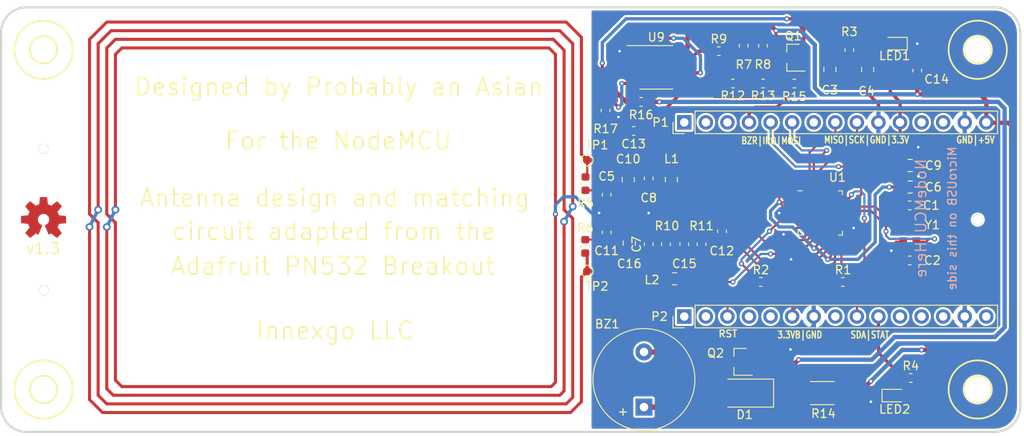
<source format=kicad_pcb>
(kicad_pcb (version 20171130) (host pcbnew "(5.1.5)-3")
  (layers (0 F.Cu signal) (31 B.Cu signal) (34 B.Paste user) (35 F.Paste user) (36 B.SilkS user) (37 F.SilkS user) (38 B.Mask user) (39 F.Mask user) (44 Edge.Cuts user))
  (net 0 "")
  (net 1 GND)
  (net 2 +5V)
  (net 3 "Net-(C1-Pad2)")
  (net 4 "Net-(C2-Pad2)")
  (net 5 +3V3)
  (net 6 "Net-(C10-Pad2)")
  (net 7 "Net-(C16-Pad2)")
  (net 8 "Net-(C10-Pad1)")
  (net 9 "Net-(C11-Pad1)")
  (net 10 "Net-(C12-Pad2)")
  (net 11 "Net-(C13-Pad2)")
  (net 12 "Net-(C15-Pad2)")
  (net 13 "Net-(C15-Pad1)")
  (net 14 "Net-(L1-Pad2)")
  (net 15 "Net-(L2-Pad1)")
  (net 16 "Net-(LED1-Pad2)")
  (net 17 "Net-(LED2-Pad2)")
  (net 18 "Net-(P1-Pad13)")
  (net 19 "Net-(P1-Pad12)")
  (net 20 /SCK)
  (net 21 /MISO)
  (net 22 "Net-(P1-Pad7)")
  (net 23 /MOSI)
  (net 24 /IRQ)
  (net 25 /GPIO-TH)
  (net 26 "Net-(P1-Pad3)")
  (net 27 "Net-(P1-Pad2)")
  (net 28 "Net-(P1-Pad1)")
  (net 29 "Net-(P2-Pad15)")
  (net 30 "Net-(P2-Pad13)")
  (net 31 "Net-(P2-Pad12)")
  (net 32 "Net-(P2-Pad11)")
  (net 33 /STATUS)
  (net 34 /SDA)
  (net 35 "Net-(P2-Pad8)")
  (net 36 +3.3VA)
  (net 37 "Net-(P2-Pad5)")
  (net 38 "Net-(P2-Pad4)")
  (net 39 /RST)
  (net 40 "Net-(P2-Pad2)")
  (net 41 "Net-(P2-Pad1)")
  (net 42 "Net-(Q1-Pad2)")
  (net 43 "Net-(Q1-Pad1)")
  (net 44 "Net-(Q2-Pad1)")
  (net 45 "Net-(R7-Pad1)")
  (net 46 "Net-(R12-Pad2)")
  (net 47 "Net-(R12-Pad1)")
  (net 48 /BZROSC)
  (net 49 "Net-(U1-Pad28)")
  (net 50 "Net-(U1-Pad27)")
  (net 51 "Net-(U1-Pad26)")
  (net 52 "Net-(U1-Pad25)")
  (net 53 "Net-(U1-Pad20)")
  (net 54 "Net-(U1-Pad19)")
  (net 55 "Net-(U1-Pad9)")
  (net 56 "Net-(U1-Pad8)")
  (net 57 "Net-(U1-Pad7)")
  (net 58 "Net-(U1-Pad1)")
  (net 59 "Net-(U9-Pad5)")
  (net 60 "Net-(BZ1-Pad2)")
  (net 61 "Net-(BZ1-Pad1)")
  (module Buzzer_Beeper:Buzzer_12x9.5RM6.5 (layer F.Cu) (at 111.5822 101.5238 90)
    (fp_text reference BZ1 (at 6.5266 -4.318 180) (layer F.SilkS))
    (fp_text value Buzzer)
    (fp_text user + (at -3.82 -2.54 90) (layer F.SilkS))
    (pad 2 thru_hole circle (at 3.25 0 90) (size 2 2) (drill 1) (layers *.Cu *.Mask) (net 60 "Net-(BZ1-Pad2)"))
    (pad 1 thru_hole rect (at -3.25 0 90) (size 2 2) (drill 1) (layers *.Cu *.Mask) (net 61 "Net-(BZ1-Pad1)"))
  )
  (module Capacitor_SMD:C_0805_2012Metric (layer F.Cu) (at 109.855 85.471 270)
    (fp_text reference C16 (at 2.413 0 180) (layer F.SilkS))
    (fp_text value 22pF)
    (pad 2 smd roundrect (at 0.9375 0 270) (size 0.975 1.4) (layers F.Cu F.Paste F.Mask) (net 7 "Net-(C16-Pad2)"))
    (pad 1 smd roundrect (at -0.9375 0 270) (size 0.975 1.4) (layers F.Cu F.Paste F.Mask) (net 9 "Net-(C11-Pad1)"))
  )
  (module Resistor_SMD:R_0603_1608Metric (layer F.Cu) (at 135.001 90.043 180)
    (fp_text reference R1 (at -0.0254 1.4224) (layer F.SilkS))
    (fp_text value 1.0K)
    (pad 2 smd roundrect (at 0.7875 0 180) (size 0.875 0.95) (layers F.Cu F.Paste F.Mask) (net 36 +3.3VA))
    (pad 1 smd roundrect (at -0.7875 0 180) (size 0.875 0.95) (layers F.Cu F.Paste F.Mask) (net 34 /SDA))
  )
  (module TestPoint:TestPoint_Pad_D1.0mm (layer F.Cu) (at 104.902 75.692)
    (fp_text reference TP1 (at 1.143 -1.778) (layer F.SilkS))
    (fp_text value TestPoint_Probe)
    (pad 1 smd circle (at 0 0) (size 1 1) (layers F.Cu F.Mask) (net 1 GND))
  )
  (module TestPoint:TestPoint_Pad_D1.0mm (layer F.Cu) (at 104.902 88.773)
    (fp_text reference TP2 (at 1.143 1.778) (layer F.SilkS))
    (fp_text value TestPoint_Probe)
    (pad 1 smd circle (at 0 0) (size 1 1) (layers F.Cu F.Mask) (net 1 GND))
  )
  (module Oscillator:Oscillator_SMD_EuroQuartz_XO32-4Pin_3.2x2.5mm (layer F.Cu) (at 142.875 84.201 90)
    (fp_text reference Y1 (at 0.889 2.667 180) (layer F.SilkS))
    (fp_text value "27.12 MHz")
    (pad 4 smd rect (at -1.075 -0.775 90) (size 1 0.9) (layers F.Cu F.Paste F.Mask) (net 1 GND))
    (pad 3 smd rect (at 1.075 -0.775 90) (size 1 0.9) (layers F.Cu F.Paste F.Mask) (net 3 "Net-(C1-Pad2)"))
    (pad 2 smd rect (at 1.075 0.775 90) (size 1 0.9) (layers F.Cu F.Paste F.Mask) (net 1 GND))
    (pad 1 smd rect (at -1.075 0.775 90) (size 1 0.9) (layers F.Cu F.Paste F.Mask) (net 4 "Net-(C2-Pad2)"))
  )
  (module Package_SO:SOIC-8_3.9x4.9mm_P1.27mm (layer F.Cu) (at 113.03 64.77)
    (fp_text reference U9 (at 0 -3.556) (layer F.SilkS))
    (fp_text value NE555)
    (pad 8 smd roundrect (at 2.475 -1.905) (size 1.95 0.6) (layers F.Cu F.Paste F.Mask) (net 2 +5V))
    (pad 7 smd roundrect (at 2.475 -0.635) (size 1.95 0.6) (layers F.Cu F.Paste F.Mask) (net 46 "Net-(R12-Pad2)"))
    (pad 6 smd roundrect (at 2.475 0.635) (size 1.95 0.6) (layers F.Cu F.Paste F.Mask) (net 11 "Net-(C13-Pad2)"))
    (pad 5 smd roundrect (at 2.475 1.905) (size 1.95 0.6) (layers F.Cu F.Paste F.Mask) (net 59 "Net-(U9-Pad5)"))
    (pad 4 smd roundrect (at -2.475 1.905) (size 1.95 0.6) (layers F.Cu F.Paste F.Mask) (net 42 "Net-(Q1-Pad2)"))
    (pad 3 smd roundrect (at -2.475 0.635) (size 1.95 0.6) (layers F.Cu F.Paste F.Mask) (net 48 /BZROSC))
    (pad 2 smd roundrect (at -2.475 -0.635) (size 1.95 0.6) (layers F.Cu F.Paste F.Mask) (net 11 "Net-(C13-Pad2)"))
    (pad 1 smd roundrect (at -2.475 -1.905) (size 1.95 0.6) (layers F.Cu F.Paste F.Mask) (net 1 GND))
  )
  (module Package_DFN_QFN:QFN-32-1EP_5x5mm_P0.5mm_EP3.1x3.1mm (layer F.Cu) (at 132.334 81.915)
    (fp_text reference U1 (at 2.032 -4.191) (layer F.SilkS))
    (fp_text value MFRC522)
    (pad 33 smd roundrect (at 0 0) (size 3.1 3.1) (layers F.Cu F.Mask) (roundrect_rratio 0.08064499999999999))
    (pad 1 smd roundrect (at -2.4375 -1.75) (size 0.875 0.25) (layers F.Cu F.Paste F.Mask) (net 58 "Net-(U1-Pad1)"))
    (pad 2 smd roundrect (at -2.4375 -1.25) (size 0.875 0.25) (layers F.Cu F.Paste F.Mask) (net 5 +3V3))
    (pad 3 smd roundrect (at -2.4375 -0.75) (size 0.875 0.25) (layers F.Cu F.Paste F.Mask) (net 5 +3V3))
    (pad 4 smd roundrect (at -2.4375 -0.25) (size 0.875 0.25) (layers F.Cu F.Paste F.Mask) (net 1 GND))
    (pad 5 smd roundrect (at -2.4375 0.25) (size 0.875 0.25) (layers F.Cu F.Paste F.Mask) (net 1 GND))
    (pad 6 smd roundrect (at -2.4375 0.75) (size 0.875 0.25) (layers F.Cu F.Paste F.Mask) (net 39 /RST))
    (pad 7 smd roundrect (at -2.4375 1.25) (size 0.875 0.25) (layers F.Cu F.Paste F.Mask) (net 57 "Net-(U1-Pad7)"))
    (pad 8 smd roundrect (at -2.4375 1.75) (size 0.875 0.25) (layers F.Cu F.Paste F.Mask) (net 56 "Net-(U1-Pad8)"))
    (pad 9 smd roundrect (at -1.75 2.4375) (size 0.25 0.875) (layers F.Cu F.Paste F.Mask) (net 55 "Net-(U1-Pad9)"))
    (pad 10 smd roundrect (at -1.25 2.4375) (size 0.25 0.875) (layers F.Cu F.Paste F.Mask) (net 1 GND))
    (pad 11 smd roundrect (at -0.75 2.4375) (size 0.25 0.875) (layers F.Cu F.Paste F.Mask) (net 14 "Net-(L1-Pad2)"))
    (pad 12 smd roundrect (at -0.25 2.4375) (size 0.25 0.875) (layers F.Cu F.Paste F.Mask) (net 5 +3V3))
    (pad 13 smd roundrect (at 0.25 2.4375) (size 0.25 0.875) (layers F.Cu F.Paste F.Mask) (net 15 "Net-(L2-Pad1)"))
    (pad 14 smd roundrect (at 0.75 2.4375) (size 0.25 0.875) (layers F.Cu F.Paste F.Mask) (net 1 GND))
    (pad 15 smd roundrect (at 1.25 2.4375) (size 0.25 0.875) (layers F.Cu F.Paste F.Mask) (net 5 +3V3))
    (pad 16 smd roundrect (at 1.75 2.4375) (size 0.25 0.875) (layers F.Cu F.Paste F.Mask) (net 10 "Net-(C12-Pad2)"))
    (pad 17 smd roundrect (at 2.4375 1.75) (size 0.875 0.25) (layers F.Cu F.Paste F.Mask) (net 13 "Net-(C15-Pad1)"))
    (pad 18 smd roundrect (at 2.4375 1.25) (size 0.875 0.25) (layers F.Cu F.Paste F.Mask) (net 1 GND))
    (pad 19 smd roundrect (at 2.4375 0.75) (size 0.875 0.25) (layers F.Cu F.Paste F.Mask) (net 54 "Net-(U1-Pad19)"))
    (pad 20 smd roundrect (at 2.4375 0.25) (size 0.875 0.25) (layers F.Cu F.Paste F.Mask) (net 53 "Net-(U1-Pad20)"))
    (pad 21 smd roundrect (at 2.4375 -0.25) (size 0.875 0.25) (layers F.Cu F.Paste F.Mask) (net 4 "Net-(C2-Pad2)"))
    (pad 22 smd roundrect (at 2.4375 -0.75) (size 0.875 0.25) (layers F.Cu F.Paste F.Mask) (net 3 "Net-(C1-Pad2)"))
    (pad 23 smd roundrect (at 2.4375 -1.25) (size 0.875 0.25) (layers F.Cu F.Paste F.Mask) (net 24 /IRQ))
    (pad 24 smd roundrect (at 2.4375 -1.75) (size 0.875 0.25) (layers F.Cu F.Paste F.Mask) (net 34 /SDA))
    (pad 25 smd roundrect (at 1.75 -2.4375) (size 0.25 0.875) (layers F.Cu F.Paste F.Mask) (net 52 "Net-(U1-Pad25)"))
    (pad 26 smd roundrect (at 1.25 -2.4375) (size 0.25 0.875) (layers F.Cu F.Paste F.Mask) (net 51 "Net-(U1-Pad26)"))
    (pad 27 smd roundrect (at 0.75 -2.4375) (size 0.25 0.875) (layers F.Cu F.Paste F.Mask) (net 50 "Net-(U1-Pad27)"))
    (pad 28 smd roundrect (at 0.25 -2.4375) (size 0.25 0.875) (layers F.Cu F.Paste F.Mask) (net 49 "Net-(U1-Pad28)"))
    (pad 29 smd roundrect (at -0.25 -2.4375) (size 0.25 0.875) (layers F.Cu F.Paste F.Mask) (net 20 /SCK))
    (pad 30 smd roundrect (at -0.75 -2.4375) (size 0.25 0.875) (layers F.Cu F.Paste F.Mask) (net 23 /MOSI))
    (pad 31 smd roundrect (at -1.25 -2.4375) (size 0.25 0.875) (layers F.Cu F.Paste F.Mask) (net 21 /MISO))
    (pad 32 smd roundrect (at -1.75 -2.4375) (size 0.25 0.875) (layers F.Cu F.Paste F.Mask) (net 5 +3V3))
  )
  (module Resistor_SMD:R_0603_1608Metric (layer F.Cu) (at 107.061 69.85 270)
    (fp_text reference R17 (at 2.159 0) (layer F.SilkS))
    (fp_text value 3.3K)
    (pad 2 smd roundrect (at 0.7875 0 270) (size 0.875 0.95) (layers F.Cu F.Paste F.Mask) (net 1 GND))
    (pad 1 smd roundrect (at -0.7875 0 270) (size 0.875 0.95) (layers F.Cu F.Paste F.Mask) (net 42 "Net-(Q1-Pad2)"))
  )
  (module Resistor_SMD:R_0603_1608Metric (layer F.Cu) (at 111.252 68.834)
    (fp_text reference R16 (at 0 1.524) (layer F.SilkS) (effects (font (thickness 0.153))))
    (fp_text value 200)
    (pad 2 smd roundrect (at 0.7875 0) (size 0.875 0.95) (layers F.Cu F.Paste F.Mask) (net 44 "Net-(Q2-Pad1)"))
    (pad 1 smd roundrect (at -0.7875 0) (size 0.875 0.95) (layers F.Cu F.Paste F.Mask) (net 48 /BZROSC))
  )
  (module Resistor_SMD:R_0603_1608Metric (layer F.Cu) (at 129.286 66.675 180)
    (fp_text reference R15 (at 0 -1.524) (layer F.SilkS))
    (fp_text value 9.1K)
    (pad 2 smd roundrect (at 0.7875 0 180) (size 0.875 0.95) (layers F.Cu F.Paste F.Mask) (net 25 /GPIO-TH))
    (pad 1 smd roundrect (at -0.7875 0 180) (size 0.875 0.95) (layers F.Cu F.Paste F.Mask) (net 43 "Net-(Q1-Pad1)"))
  )
  (module Resistor_SMD:R_2010_5025Metric (layer F.Cu) (at 132.588 103.124 180)
    (fp_text reference R14 (at -0.127 -2.413) (layer F.SilkS))
    (fp_text value 39)
    (pad 2 smd roundrect (at 2.25 0 180) (size 1.35 2.65) (layers F.Cu F.Paste F.Mask) (roundrect_rratio 0.185185) (net 61 "Net-(BZ1-Pad1)"))
    (pad 1 smd roundrect (at -2.25 0 180) (size 1.35 2.65) (layers F.Cu F.Paste F.Mask) (roundrect_rratio 0.185185) (net 2 +5V))
  )
  (module Resistor_SMD:R_0603_1608Metric (layer F.Cu) (at 125.603 66.675 180)
    (fp_text reference R13 (at 0 -1.43) (layer F.SilkS))
    (fp_text value 2K)
    (pad 2 smd roundrect (at 0.7875 0 180) (size 0.875 0.95) (layers F.Cu F.Paste F.Mask) (net 47 "Net-(R12-Pad1)"))
    (pad 1 smd roundrect (at -0.7875 0 180) (size 0.875 0.95) (layers F.Cu F.Paste F.Mask) (net 11 "Net-(C13-Pad2)"))
  )
  (module Resistor_SMD:R_0603_1608Metric (layer F.Cu) (at 122.047 66.675 180)
    (fp_text reference R12 (at 0 -1.43) (layer F.SilkS))
    (fp_text value 68K)
    (pad 2 smd roundrect (at 0.7875 0 180) (size 0.875 0.95) (layers F.Cu F.Paste F.Mask) (net 46 "Net-(R12-Pad2)"))
    (pad 1 smd roundrect (at -0.7875 0 180) (size 0.875 0.95) (layers F.Cu F.Paste F.Mask) (net 47 "Net-(R12-Pad1)"))
  )
  (module Resistor_SMD:R_0603_1608Metric (layer F.Cu) (at 118.364 85.598 90)
    (fp_text reference R11 (at 2.159 0 180) (layer F.SilkS))
    (fp_text value 1.0K)
    (pad 2 smd roundrect (at 0.7875 0 90) (size 0.875 0.95) (layers F.Cu F.Paste F.Mask) (net 10 "Net-(C12-Pad2)"))
    (pad 1 smd roundrect (at -0.7875 0 90) (size 0.875 0.95) (layers F.Cu F.Paste F.Mask) (net 13 "Net-(C15-Pad1)"))
  )
  (module Resistor_SMD:R_0603_1608Metric (layer F.Cu) (at 114.173 85.598 270)
    (fp_text reference R10 (at -2.159 -0.127 180) (layer F.SilkS))
    (fp_text value 1.69K)
    (pad 2 smd roundrect (at 0.7875 0 270) (size 0.875 0.95) (layers F.Cu F.Paste F.Mask) (net 7 "Net-(C16-Pad2)"))
    (pad 1 smd roundrect (at -0.7875 0 270) (size 0.875 0.95) (layers F.Cu F.Paste F.Mask) (net 12 "Net-(C15-Pad2)"))
  )
  (module Resistor_SMD:R_0603_1608Metric (layer F.Cu) (at 120.396 62.865)
    (fp_text reference R9 (at 0 -1.43) (layer F.SilkS))
    (fp_text value 68)
    (pad 2 smd roundrect (at 0.7875 0) (size 0.875 0.95) (layers F.Cu F.Paste F.Mask) (net 45 "Net-(R7-Pad1)"))
    (pad 1 smd roundrect (at -0.7875 0) (size 0.875 0.95) (layers F.Cu F.Paste F.Mask) (net 46 "Net-(R12-Pad2)"))
  )
  (module Resistor_SMD:R_0603_1608Metric (layer F.Cu) (at 125.603 62.23 90)
    (fp_text reference R8 (at -2.20218 -0.01524 180) (layer F.SilkS))
    (fp_text value 18K)
    (pad 2 smd roundrect (at 0.7875 0 90) (size 0.875 0.95) (layers F.Cu F.Paste F.Mask) (net 2 +5V))
    (pad 1 smd roundrect (at -0.7875 0 90) (size 0.875 0.95) (layers F.Cu F.Paste F.Mask) (net 45 "Net-(R7-Pad1)"))
  )
  (module Resistor_SMD:R_0603_1608Metric (layer F.Cu) (at 123.317 62.23 90)
    (fp_text reference R7 (at -2.22 0.023) (layer F.SilkS))
    (fp_text value 18K)
    (pad 2 smd roundrect (at 0.7875 0 90) (size 0.875 0.95) (layers F.Cu F.Paste F.Mask) (net 2 +5V))
    (pad 1 smd roundrect (at -0.7875 0 90) (size 0.875 0.95) (layers F.Cu F.Paste F.Mask) (net 45 "Net-(R7-Pad1)"))
  )
  (module Resistor_SMD:R_0603_1608Metric (layer F.Cu) (at 104.6734 85.852 270)
    (fp_text reference R6 (at -2.159 0 180) (layer F.SilkS))
    (fp_text value 1.5)
    (pad 2 smd roundrect (at 0.7875 0 270) (size 0.875 0.95) (layers F.Cu F.Paste F.Mask) (net 1 GND))
    (pad 1 smd roundrect (at -0.7875 0 270) (size 0.875 0.95) (layers F.Cu F.Paste F.Mask) (net 9 "Net-(C11-Pad1)"))
  )
  (module Resistor_SMD:R_0603_1608Metric (layer F.Cu) (at 104.6988 78.4606 270)
    (fp_text reference R5 (at 2.286 0 180) (layer F.SilkS))
    (fp_text value 1.5)
    (pad 2 smd roundrect (at 0.7875 0 270) (size 0.875 0.95) (layers F.Cu F.Paste F.Mask) (net 6 "Net-(C10-Pad2)"))
    (pad 1 smd roundrect (at -0.7875 0 270) (size 0.875 0.95) (layers F.Cu F.Paste F.Mask) (net 1 GND))
  )
  (module Resistor_SMD:R_0603_1608Metric (layer F.Cu) (at 143.002 101.346)
    (fp_text reference R4 (at 0 -1.43) (layer F.SilkS))
    (fp_text value 24)
    (pad 2 smd roundrect (at 0.7875 0) (size 0.875 0.95) (layers F.Cu F.Paste F.Mask) (net 17 "Net-(LED2-Pad2)"))
    (pad 1 smd roundrect (at -0.7875 0) (size 0.875 0.95) (layers F.Cu F.Paste F.Mask) (net 33 /STATUS))
  )
  (module Resistor_SMD:R_0603_1608Metric (layer F.Cu) (at 135.763 62.738 90)
    (fp_text reference R3 (at 2.159 0 180) (layer F.SilkS))
    (fp_text value 15)
    (pad 2 smd roundrect (at 0.7875 0 90) (size 0.875 0.95) (layers F.Cu F.Paste F.Mask) (net 16 "Net-(LED1-Pad2)"))
    (pad 1 smd roundrect (at -0.7875 0 90) (size 0.875 0.95) (layers F.Cu F.Paste F.Mask) (net 5 +3V3))
  )
  (module Resistor_SMD:R_0603_1608Metric (layer F.Cu) (at 125.349 90.043)
    (fp_text reference R2 (at 0 -1.43) (layer F.SilkS))
    (fp_text value 1.0K)
    (pad 2 smd roundrect (at 0.7875 0) (size 0.875 0.95) (layers F.Cu F.Paste F.Mask) (net 36 +3.3VA))
    (pad 1 smd roundrect (at -0.7875 0) (size 0.875 0.95) (layers F.Cu F.Paste F.Mask) (net 39 /RST))
  )
  (module Package_TO_SOT_SMD:SOT-23 (layer F.Cu) (at 122.936 99.441 180)
    (fp_text reference Q2 (at 2.921 1.016) (layer F.SilkS))
    (fp_text value Q_NPN_BEC)
    (pad 3 smd rect (at 1 0 180) (size 0.9 0.8) (layers F.Cu F.Paste F.Mask) (net 60 "Net-(BZ1-Pad2)"))
    (pad 2 smd rect (at -1 0.95 180) (size 0.9 0.8) (layers F.Cu F.Paste F.Mask) (net 1 GND))
    (pad 1 smd rect (at -1 -0.95 180) (size 0.9 0.8) (layers F.Cu F.Paste F.Mask) (net 44 "Net-(Q2-Pad1)"))
  )
  (module Package_TO_SOT_SMD:SOT-23 (layer F.Cu) (at 129.159 63.627 180)
    (fp_text reference Q1 (at 0 2.54) (layer F.SilkS))
    (fp_text value Q_NPN_BEC)
    (pad 3 smd rect (at 1 0 180) (size 0.9 0.8) (layers F.Cu F.Paste F.Mask) (net 2 +5V))
    (pad 2 smd rect (at -1 0.95 180) (size 0.9 0.8) (layers F.Cu F.Paste F.Mask) (net 42 "Net-(Q1-Pad2)"))
    (pad 1 smd rect (at -1 -0.95 180) (size 0.9 0.8) (layers F.Cu F.Paste F.Mask) (net 43 "Net-(Q1-Pad1)"))
  )
  (module Connector_PinHeader_2.54mm:PinHeader_1x15_P2.54mm_Vertical (layer F.Cu) (at 116.332 94.107 90)
    (fp_text reference P2 (at 0 -2.921 180) (layer F.SilkS))
    (fp_text value "ESP32 NODEMCU DEVKIT1 RIGHT HEADER-MALE-2.54")
    (pad 15 thru_hole oval (at 0 35.56 90) (size 1.7 1.7) (drill 1) (layers *.Cu *.Mask) (net 29 "Net-(P2-Pad15)"))
    (pad 14 thru_hole oval (at 0 33.02 90) (size 1.7 1.7) (drill 1) (layers *.Cu *.Mask) (net 1 GND))
    (pad 13 thru_hole oval (at 0 30.48 90) (size 1.7 1.7) (drill 1) (layers *.Cu *.Mask) (net 30 "Net-(P2-Pad13)"))
    (pad 12 thru_hole oval (at 0 27.94 90) (size 1.7 1.7) (drill 1) (layers *.Cu *.Mask) (net 31 "Net-(P2-Pad12)"))
    (pad 11 thru_hole oval (at 0 25.4 90) (size 1.7 1.7) (drill 1) (layers *.Cu *.Mask) (net 32 "Net-(P2-Pad11)"))
    (pad 10 thru_hole oval (at 0 22.86 90) (size 1.7 1.7) (drill 1) (layers *.Cu *.Mask) (net 33 /STATUS))
    (pad 9 thru_hole oval (at 0 20.32 90) (size 1.7 1.7) (drill 1) (layers *.Cu *.Mask) (net 34 /SDA))
    (pad 8 thru_hole oval (at 0 17.78 90) (size 1.7 1.7) (drill 1) (layers *.Cu *.Mask) (net 35 "Net-(P2-Pad8)"))
    (pad 7 thru_hole oval (at 0 15.24 90) (size 1.7 1.7) (drill 1) (layers *.Cu *.Mask) (net 1 GND))
    (pad 6 thru_hole oval (at 0 12.7 90) (size 1.7 1.7) (drill 1) (layers *.Cu *.Mask) (net 36 +3.3VA))
    (pad 5 thru_hole oval (at 0 10.16 90) (size 1.7 1.7) (drill 1) (layers *.Cu *.Mask) (net 37 "Net-(P2-Pad5)"))
    (pad 4 thru_hole oval (at 0 7.62 90) (size 1.7 1.7) (drill 1) (layers *.Cu *.Mask) (net 38 "Net-(P2-Pad4)"))
    (pad 3 thru_hole oval (at 0 5.08 90) (size 1.7 1.7) (drill 1) (layers *.Cu *.Mask) (net 39 /RST))
    (pad 2 thru_hole oval (at 0 2.54 90) (size 1.7 1.7) (drill 1) (layers *.Cu *.Mask) (net 40 "Net-(P2-Pad2)"))
    (pad 1 thru_hole rect (at 0 0 90) (size 1.7 1.7) (drill 1) (layers *.Cu *.Mask) (net 41 "Net-(P2-Pad1)"))
  )
  (module Connector_PinHeader_2.54mm:PinHeader_1x15_P2.54mm_Vertical (layer F.Cu) (at 116.332 71.247 90)
    (fp_text reference P1 (at 0 -2.794 180) (layer F.SilkS))
    (fp_text value "ESP32 NODEMCU DEVKIT1 LEFT HEADER-MALE-2.54")
    (pad 15 thru_hole oval (at 0 35.56 90) (size 1.7 1.7) (drill 1) (layers *.Cu *.Mask) (net 2 +5V))
    (pad 14 thru_hole oval (at 0 33.02 90) (size 1.7 1.7) (drill 1) (layers *.Cu *.Mask) (net 1 GND))
    (pad 13 thru_hole oval (at 0 30.48 90) (size 1.7 1.7) (drill 1) (layers *.Cu *.Mask) (net 18 "Net-(P1-Pad13)"))
    (pad 12 thru_hole oval (at 0 27.94 90) (size 1.7 1.7) (drill 1) (layers *.Cu *.Mask) (net 19 "Net-(P1-Pad12)"))
    (pad 11 thru_hole oval (at 0 25.4 90) (size 1.7 1.7) (drill 1) (layers *.Cu *.Mask) (net 5 +3V3))
    (pad 10 thru_hole oval (at 0 22.86 90) (size 1.7 1.7) (drill 1) (layers *.Cu *.Mask) (net 1 GND))
    (pad 9 thru_hole oval (at 0 20.32 90) (size 1.7 1.7) (drill 1) (layers *.Cu *.Mask) (net 20 /SCK))
    (pad 8 thru_hole oval (at 0 17.78 90) (size 1.7 1.7) (drill 1) (layers *.Cu *.Mask) (net 21 /MISO))
    (pad 7 thru_hole oval (at 0 15.24 90) (size 1.7 1.7) (drill 1) (layers *.Cu *.Mask) (net 22 "Net-(P1-Pad7)"))
    (pad 6 thru_hole oval (at 0 12.7 90) (size 1.7 1.7) (drill 1) (layers *.Cu *.Mask) (net 23 /MOSI))
    (pad 5 thru_hole oval (at 0 10.16 90) (size 1.7 1.7) (drill 1) (layers *.Cu *.Mask) (net 24 /IRQ))
    (pad 4 thru_hole oval (at 0 7.62 90) (size 1.7 1.7) (drill 1) (layers *.Cu *.Mask) (net 25 /GPIO-TH))
    (pad 3 thru_hole oval (at 0 5.08 90) (size 1.7 1.7) (drill 1) (layers *.Cu *.Mask) (net 26 "Net-(P1-Pad3)"))
    (pad 2 thru_hole oval (at 0 2.54 90) (size 1.7 1.7) (drill 1) (layers *.Cu *.Mask) (net 27 "Net-(P1-Pad2)"))
    (pad 1 thru_hole rect (at 0 0 90) (size 1.7 1.7) (drill 1) (layers *.Cu *.Mask) (net 28 "Net-(P1-Pad1)"))
  )
  (module LED_SMD:LED_0603_1608Metric (layer F.Cu) (at 141.097 103.416)
    (fp_text reference LED2 (at 0 1.613) (layer F.SilkS))
    (fp_text value LED)
    (pad 2 smd roundrect (at 0.7875 0) (size 0.875 0.95) (layers F.Cu F.Paste F.Mask) (net 17 "Net-(LED2-Pad2)"))
    (pad 1 smd roundrect (at -0.7875 0) (size 0.875 0.95) (layers F.Cu F.Paste F.Mask) (net 1 GND))
  )
  (module LED_SMD:LED_0603_1608Metric (layer F.Cu) (at 141.097 61.976 180)
    (fp_text reference LED1 (at 0 -1.43) (layer F.SilkS))
    (fp_text value LED)
    (pad 2 smd roundrect (at 0.7875 0 180) (size 0.875 0.95) (layers F.Cu F.Paste F.Mask) (net 16 "Net-(LED1-Pad2)"))
    (pad 1 smd roundrect (at -0.7875 0 180) (size 0.875 0.95) (layers F.Cu F.Paste F.Mask) (net 1 GND))
  )
  (module Inductor_SMD:L_0805_2012Metric (layer F.Cu) (at 115.189 89.662 180)
    (fp_text reference L2 (at 2.667 -0.127) (layer F.SilkS))
    (fp_text value 560nH)
    (pad 2 smd roundrect (at 0.9375 0 180) (size 0.975 1.4) (layers F.Cu F.Paste F.Mask) (net 7 "Net-(C16-Pad2)"))
    (pad 1 smd roundrect (at -0.9375 0 180) (size 0.975 1.4) (layers F.Cu F.Paste F.Mask) (net 15 "Net-(L2-Pad1)"))
  )
  (module Inductor_SMD:L_0805_2012Metric (layer F.Cu) (at 114.808 77.978 270)
    (fp_text reference L1 (at -2.4384 -0.0254 180) (layer F.SilkS))
    (fp_text value 560nH)
    (pad 2 smd roundrect (at 0.9375 0 270) (size 0.975 1.4) (layers F.Cu F.Paste F.Mask) (net 14 "Net-(L1-Pad2)"))
    (pad 1 smd roundrect (at -0.9375 0 270) (size 0.975 1.4) (layers F.Cu F.Paste F.Mask) (net 8 "Net-(C10-Pad1)"))
  )
  (module Diode_SMD:D_SMA (layer F.Cu) (at 123.444 103.124 180)
    (fp_text reference D1 (at 0 -2.54) (layer F.SilkS))
    (fp_text value D_Schottky)
    (pad 2 smd rect (at 2 0 180) (size 2.5 1.8) (layers F.Cu F.Paste F.Mask) (net 60 "Net-(BZ1-Pad2)"))
    (pad 1 smd rect (at -2 0 180) (size 2.5 1.8) (layers F.Cu F.Paste F.Mask) (net 61 "Net-(BZ1-Pad1)"))
  )
  (module Capacitor_SMD:C_0603_1608Metric (layer F.Cu) (at 116.332 85.598 90)
    (fp_text reference C15 (at -2.286 0 180) (layer F.SilkS))
    (fp_text value 1nF)
    (pad 2 smd roundrect (at 0.7875 0 90) (size 0.875 0.95) (layers F.Cu F.Paste F.Mask) (net 12 "Net-(C15-Pad2)"))
    (pad 1 smd roundrect (at -0.7875 0 90) (size 0.875 0.95) (layers F.Cu F.Paste F.Mask) (net 13 "Net-(C15-Pad1)"))
  )
  (module Capacitor_SMD:C_0603_1608Metric (layer F.Cu) (at 143.764 65.151 90)
    (fp_text reference C14 (at -1.016 2.286 180) (layer F.SilkS) (effects (font (thickness 0.153))))
    (fp_text value 10nF)
    (pad 2 smd roundrect (at 0.7875 0 90) (size 0.875 0.95) (layers F.Cu F.Paste F.Mask) (net 1 GND))
    (pad 1 smd roundrect (at -0.7875 0 90) (size 0.875 0.95) (layers F.Cu F.Paste F.Mask) (net 2 +5V))
  )
  (module Capacitor_SMD:C_0603_1608Metric (layer F.Cu) (at 110.363 72.263)
    (fp_text reference C13 (at 0 1.524) (layer F.SilkS))
    (fp_text value 22nF)
    (pad 2 smd roundrect (at 0.7875 0) (size 0.875 0.95) (layers F.Cu F.Paste F.Mask) (net 11 "Net-(C13-Pad2)"))
    (pad 1 smd roundrect (at -0.7875 0) (size 0.875 0.95) (layers F.Cu F.Paste F.Mask) (net 1 GND))
  )
  (module Capacitor_SMD:C_0603_1608Metric (layer F.Cu) (at 120.777 84.074 270)
    (fp_text reference C12 (at 2.3114 0.0254 180) (layer F.SilkS))
    (fp_text value 100nF)
    (pad 2 smd roundrect (at 0.7875 0 270) (size 0.875 0.95) (layers F.Cu F.Paste F.Mask) (net 10 "Net-(C12-Pad2)"))
    (pad 1 smd roundrect (at -0.7875 0 270) (size 0.875 0.95) (layers F.Cu F.Paste F.Mask) (net 1 GND))
  )
  (module Capacitor_SMD:C_0603_1608Metric (layer F.Cu) (at 107.188 84.201 90)
    (fp_text reference C11 (at -2.159 0 180) (layer F.SilkS))
    (fp_text value 100pF)
    (pad 2 smd roundrect (at 0.7875 0 90) (size 0.875 0.95) (layers F.Cu F.Paste F.Mask) (net 1 GND))
    (pad 1 smd roundrect (at -0.7875 0 90) (size 0.875 0.95) (layers F.Cu F.Paste F.Mask) (net 9 "Net-(C11-Pad1)"))
  )
  (module Capacitor_SMD:C_0805_2012Metric (layer F.Cu) (at 109.728 77.978 270)
    (fp_text reference C10 (at -2.413 0 180) (layer F.SilkS))
    (fp_text value 22pF)
    (pad 2 smd roundrect (at 0.9375 0 270) (size 0.975 1.4) (layers F.Cu F.Paste F.Mask) (net 6 "Net-(C10-Pad2)"))
    (pad 1 smd roundrect (at -0.9375 0 270) (size 0.975 1.4) (layers F.Cu F.Paste F.Mask) (net 8 "Net-(C10-Pad1)"))
  )
  (module Capacitor_SMD:C_0805_2012Metric (layer F.Cu) (at 142.926 76.327)
    (fp_text reference C9 (at 2.743 0) (layer F.SilkS))
    (fp_text value 1uF)
    (pad 2 smd roundrect (at 0.9375 0) (size 0.975 1.4) (layers F.Cu F.Paste F.Mask) (net 1 GND))
    (pad 1 smd roundrect (at -0.9375 0) (size 0.975 1.4) (layers F.Cu F.Paste F.Mask) (net 5 +3V3))
  )
  (module Capacitor_SMD:C_0603_1608Metric (layer F.Cu) (at 112.141 77.851 90)
    (fp_text reference C8 (at -2.286 0 180) (layer F.SilkS))
    (fp_text value 220pF)
    (pad 2 smd roundrect (at 0.7875 0 90) (size 0.875 0.95) (layers F.Cu F.Paste F.Mask) (net 8 "Net-(C10-Pad1)"))
    (pad 1 smd roundrect (at -0.7875 0 90) (size 0.875 0.95) (layers F.Cu F.Paste F.Mask) (net 1 GND))
  )
  (module Capacitor_SMD:C_0603_1608Metric (layer F.Cu) (at 112.141 85.598 90)
    (fp_text reference C7 (at 0 -1.43 90) (layer F.SilkS))
    (fp_text value 220pF)
    (pad 2 smd roundrect (at 0.7875 0 90) (size 0.875 0.95) (layers F.Cu F.Paste F.Mask) (net 1 GND))
    (pad 1 smd roundrect (at -0.7875 0 90) (size 0.875 0.95) (layers F.Cu F.Paste F.Mask) (net 7 "Net-(C16-Pad2)"))
  )
  (module Capacitor_SMD:C_0805_2012Metric (layer F.Cu) (at 142.926 78.867)
    (fp_text reference C6 (at 2.743 0) (layer F.SilkS))
    (fp_text value 1uF)
    (pad 2 smd roundrect (at 0.9375 0) (size 0.975 1.4) (layers F.Cu F.Paste F.Mask) (net 1 GND))
    (pad 1 smd roundrect (at -0.9375 0) (size 0.975 1.4) (layers F.Cu F.Paste F.Mask) (net 5 +3V3))
  )
  (module Capacitor_SMD:C_0603_1608Metric (layer F.Cu) (at 107.188 79.756 90)
    (fp_text reference C5 (at 2.159 0 180) (layer F.SilkS))
    (fp_text value 100pF)
    (pad 2 smd roundrect (at 0.7875 0 90) (size 0.875 0.95) (layers F.Cu F.Paste F.Mask) (net 6 "Net-(C10-Pad2)"))
    (pad 1 smd roundrect (at -0.7875 0 90) (size 0.875 0.95) (layers F.Cu F.Paste F.Mask) (net 1 GND))
  )
  (module Capacitor_SMD:C_0805_2012Metric (layer F.Cu) (at 137.922 65.024 270)
    (fp_text reference C4 (at 2.54 0.127 180) (layer F.SilkS))
    (fp_text value C_Small)
    (pad 2 smd roundrect (at 0.9375 0 270) (size 0.975 1.4) (layers F.Cu F.Paste F.Mask) (net 1 GND))
    (pad 1 smd roundrect (at -0.9375 0 270) (size 0.975 1.4) (layers F.Cu F.Paste F.Mask) (net 5 +3V3))
  )
  (module Capacitor_SMD:C_0805_2012Metric (layer F.Cu) (at 133.477 65.024 270)
    (fp_text reference C3 (at 2.413 0 180) (layer F.SilkS))
    (fp_text value C_Small)
    (pad 2 smd roundrect (at 0.9375 0 270) (size 0.975 1.4) (layers F.Cu F.Paste F.Mask) (net 1 GND))
    (pad 1 smd roundrect (at -0.9375 0 270) (size 0.975 1.4) (layers F.Cu F.Paste F.Mask) (net 5 +3V3))
  )
  (module Capacitor_SMD:C_0603_1608Metric (layer F.Cu) (at 142.875 87.503)
    (fp_text reference C2 (at 2.667 0) (layer F.SilkS))
    (fp_text value 33pF)
    (pad 2 smd roundrect (at 0.7875 0) (size 0.875 0.95) (layers F.Cu F.Paste F.Mask) (net 4 "Net-(C2-Pad2)"))
    (pad 1 smd roundrect (at -0.7875 0) (size 0.875 0.95) (layers F.Cu F.Paste F.Mask) (net 1 GND))
  )
  (module Capacitor_SMD:C_0603_1608Metric (layer F.Cu) (at 142.875 81.026 180)
    (fp_text reference C1 (at -2.54 0) (layer F.SilkS))
    (fp_text value 33pF)
    (pad 2 smd roundrect (at 0.7875 0 180) (size 0.875 0.95) (layers F.Cu F.Paste F.Mask) (net 3 "Net-(C1-Pad2)"))
    (pad 1 smd roundrect (at -0.7875 0 180) (size 0.875 0.95) (layers F.Cu F.Paste F.Mask) (net 1 GND))
  )
  (module easyeda:TOOLING_HOLE_JLCPCB (layer F.Cu) (at 150.885 82.696)
    (fp_text reference U8 hide)
    (fp_text value "Tooling Hole" hide)
    (pad 1 thru_hole circle (at 0 0) (size 1.152 1.152) (drill 1.152) (layers *.Cu *.Paste *.Mask))
  )
  (module easyeda:TOOLING_HOLE_JLCPCB (layer F.Cu) (at 40.885 91.029)
    (fp_text reference U7 hide)
    (fp_text value "Tooling Hole" hide)
    (pad 1 thru_hole circle (at 0 0) (size 1.152 1.152) (drill 1.152) (layers *.Cu *.Paste *.Mask))
  )
  (module easyeda:TOOLING_HOLE_JLCPCB (layer F.Cu) (at 40.885 74.363)
    (fp_text reference U6 hide)
    (fp_text value "Tooling Hole" hide)
    (pad 1 thru_hole circle (at 0 0) (size 1.152 1.152) (drill 1.152) (layers *.Cu *.Paste *.Mask))
  )
  (module easyeda:OSHWLOGO_TOP_0.2 (layer F.Cu) (at 40.885 82.696)
    (fp_text reference 1 hide)
    (fp_text value OSHW-LOGOM hide)
    (fp_poly (pts (xy 0.668 1.613) (xy 0.8 1.552) (xy 0.925 1.481) (xy 1.564 2.002) (xy 2.002 1.564) (xy 1.481 0.925) (xy 1.574 0.756) (xy 1.648 0.578) (xy 1.702 0.393) (xy 2.521 0.31) (xy 2.521 -0.31) (xy 1.702 -0.393) (xy 1.648 -0.578) (xy 1.574 -0.756) (xy 1.481 -0.925) (xy 2.002 -1.564) (xy 1.564 -2.002) (xy 0.925 -1.481) (xy 0.756 -1.574) (xy 0.578 -1.648) (xy 0.393 -1.702) (xy 0.31 -2.521) (xy -0.31 -2.521) (xy -0.393 -1.702) (xy -0.578 -1.648) (xy -0.756 -1.574) (xy -0.925 -1.481) (xy -1.564 -2.002) (xy -2.002 -1.564) (xy -1.481 -0.925) (xy -1.574 -0.756) (xy -1.648 -0.578) (xy -1.702 -0.393) (xy -2.521 -0.31) (xy -2.521 0.31) (xy -1.702 0.393) (xy -1.648 0.578) (xy -1.574 0.756) (xy -1.481 0.925) (xy -2.002 1.564) (xy -1.564 2.002) (xy -0.925 1.481) (xy -0.8 1.552) (xy -0.668 1.613) (xy -0.304 0.733) (xy -0.388 0.693) (xy -0.467 0.642) (xy -0.539 0.583) (xy -0.604 0.516) (xy -0.66 0.441) (xy -0.707 0.36) (xy -0.745 0.275) (xy -0.772 0.185) (xy -0.788 0.093) (xy -0.794 0) (xy -0.788 -0.098) (xy -0.77 -0.194) (xy -0.74 -0.287) (xy -0.699 -0.376) (xy -0.647 -0.459) (xy -0.586 -0.535) (xy -0.516 -0.604) (xy -0.437 -0.662) (xy -0.352 -0.711) (xy -0.262 -0.749) (xy -0.168 -0.776) (xy -0.071 -0.79) (xy 0.027 -0.793) (xy 0.124 -0.784) (xy 0.22 -0.763) (xy 0.312 -0.73) (xy 0.399 -0.686) (xy 0.481 -0.631) (xy 0.555 -0.567) (xy 0.621 -0.495) (xy 0.677 -0.415) (xy 0.723 -0.328) (xy 0.758 -0.237) (xy 0.781 -0.142) (xy 0.792 -0.044) (xy 0.792 0.053) (xy 0.779 0.151) (xy 0.755 0.245) (xy 0.719 0.336) (xy 0.672 0.422) (xy 0.615 0.502) (xy 0.549 0.574) (xy 0.474 0.637) (xy 0.392 0.69) (xy 0.304 0.733)) (layer F.Cu) (width 0))
    (fp_arc (start -0.001 0) (end 0.925 1.481) (angle 9.501) (layer F.Cu) (width 0.254))
    (fp_line (start 0.925 1.481) (end 1.564 2.002) (layer F.Cu) (width 0.254))
    (fp_line (start 1.564 2.002) (end 2.002 1.564) (layer F.Cu) (width 0.254))
    (fp_line (start 2.002 1.564) (end 1.481 0.925) (layer F.Cu) (width 0.254))
    (fp_arc (start 0 0) (end 1.702 0.393) (angle 19.004) (layer F.Cu) (width 0.254))
    (fp_line (start 1.702 0.393) (end 2.521 0.31) (layer F.Cu) (width 0.254))
    (fp_line (start 2.521 0.31) (end 2.521 -0.31) (layer F.Cu) (width 0.254))
    (fp_line (start 2.521 -0.31) (end 1.702 -0.393) (layer F.Cu) (width 0.254))
    (fp_arc (start 0 0) (end 1.481 -0.925) (angle 19.004) (layer F.Cu) (width 0.254))
    (fp_line (start 1.481 -0.925) (end 2.002 -1.564) (layer F.Cu) (width 0.254))
    (fp_line (start 2.002 -1.564) (end 1.564 -2.002) (layer F.Cu) (width 0.254))
    (fp_line (start 1.564 -2.002) (end 0.925 -1.481) (layer F.Cu) (width 0.254))
    (fp_arc (start 0 0) (end 0.393 -1.702) (angle 19.004) (layer F.Cu) (width 0.254))
    (fp_line (start 0.393 -1.702) (end 0.31 -2.521) (layer F.Cu) (width 0.254))
    (fp_line (start 0.31 -2.521) (end -0.31 -2.521) (layer F.Cu) (width 0.254))
    (fp_line (start -0.31 -2.521) (end -0.393 -1.702) (layer F.Cu) (width 0.254))
    (fp_arc (start 0 0) (end -0.925 -1.481) (angle 19.004) (layer F.Cu) (width 0.254))
    (fp_line (start -0.925 -1.481) (end -1.564 -2.002) (layer F.Cu) (width 0.254))
    (fp_line (start -1.564 -2.002) (end -2.002 -1.564) (layer F.Cu) (width 0.254))
    (fp_line (start -2.002 -1.564) (end -1.481 -0.925) (layer F.Cu) (width 0.254))
    (fp_arc (start 0 0) (end -1.702 -0.393) (angle 19.004) (layer F.Cu) (width 0.254))
    (fp_line (start -1.702 -0.393) (end -2.521 -0.31) (layer F.Cu) (width 0.254))
    (fp_line (start -2.521 -0.31) (end -2.521 0.31) (layer F.Cu) (width 0.254))
    (fp_line (start -2.521 0.31) (end -1.702 0.393) (layer F.Cu) (width 0.254))
    (fp_arc (start 0 0) (end -1.481 0.925) (angle 19.004) (layer F.Cu) (width 0.254))
    (fp_line (start -1.481 0.925) (end -2.002 1.564) (layer F.Cu) (width 0.254))
    (fp_line (start -2.002 1.564) (end -1.564 2.002) (layer F.Cu) (width 0.254))
    (fp_line (start -1.564 2.002) (end -0.925 1.481) (layer F.Cu) (width 0.254))
    (fp_arc (start 0.001 0) (end -0.668 1.613) (angle 9.501) (layer F.Cu) (width 0.254))
    (fp_line (start -0.668 1.613) (end -0.304 0.733) (layer F.Cu) (width 0.254))
    (fp_arc (start 0 0) (end -0.304 0.733) (angle 67.496) (layer F.Cu) (width 0.254))
    (fp_arc (start 0 0) (end -0.794 0) (angle 247.499) (layer F.Cu) (width 0.254))
    (fp_line (start 0.304 0.733) (end 0.668 1.613) (layer F.Cu) (width 0.254))
  )
  (module easyeda:MOUNTINGHOLE_3.0 (layer F.Cu) (at 40.885 102.696)
    (fp_text reference U4 hide)
    (fp_text value 3,0)
    (pad "" np_thru_hole circle (at 0 0) (size 3 3) (drill 3) (layers *.Cu *.Mask))
  )
  (module easyeda:MOUNTINGHOLE_3.0 (layer F.Cu) (at 150.885 102.696)
    (fp_text reference U5 hide)
    (fp_text value 3,0)
    (pad "" np_thru_hole circle (at 0 0) (size 3 3) (drill 3) (layers *.Cu *.Mask))
  )
  (module easyeda:MOUNTINGHOLE_3.0 (layer F.Cu) (at 150.885 62.696)
    (fp_text reference U3 hide)
    (fp_text value 3,0)
    (pad "" np_thru_hole circle (at 0 0) (size 3 3) (drill 3) (layers *.Cu *.Mask))
  )
  (module easyeda:MOUNTINGHOLE_3.0 (layer F.Cu) (at 40.885 62.696)
    (fp_text reference U2 hide)
    (fp_text value 3,0)
    (pad "" np_thru_hole circle (at 0 0) (size 3 3) (drill 3) (layers *.Cu *.Mask))
  )
  (gr_text SDA|STAT (at 138.1887 96.266) (layer F.SilkS) (effects (font (size 0.813 0.635) (thickness 0.152))))
  (gr_text GND|+5V (at 150.622 73.3044) (layer F.SilkS) (effects (font (size 0.813 0.635) (thickness 0.153))))
  (gr_text "MicroUSB on this side" (at 147.8788 82.55 90) (layer B.SilkS) (effects (font (size 1 1) (thickness 0.153)) (justify mirror)))
  (gr_line (start 152.885 57.696) (end 38.885 57.696) (layer Edge.Cuts) (width 0.254))
  (gr_line (start 155.885 104.696) (end 155.885 60.696) (layer Edge.Cuts) (width 0.254))
  (gr_line (start 38.885 107.696) (end 152.885 107.696) (layer Edge.Cuts) (width 0.254))
  (gr_line (start 35.885 60.696) (end 35.885 104.696) (layer Edge.Cuts) (width 0.254))
  (gr_text "NodeMCU Here" (at 144.1958 82.55 90) (layer B.SilkS) (effects (font (size 1.27 1.27) (thickness 0.153)) (justify mirror)))
  (gr_text "Adafruit PN532 Breakout\n" (at 55.7022 88.1634) (layer F.SilkS) (effects (font (size 2.032 2.032) (thickness 0.203)) (justify left)))
  (gr_text "circuit adapted from the" (at 55.88 84.074) (layer F.SilkS) (effects (font (size 2.032 2.032) (thickness 0.203)) (justify left)))
  (gr_text "Antenna design and matching" (at 52.07 80.137) (layer F.SilkS) (effects (font (size 2.032 2.032) (thickness 0.203)) (justify left)))
  (gr_text "For the NodeMCU" (at 62.103 73.406) (layer F.SilkS) (effects (font (size 2.032 2.032) (thickness 0.203)) (justify left)))
  (gr_text "Designed by Probably an Asian" (at 51.435 67.056) (layer F.SilkS) (effects (font (size 2.032 2.032) (thickness 0.203)) (justify left)))
  (gr_text v1.3 (at 38.735 86.106) (layer F.SilkS) (effects (font (size 1.27 1.27) (thickness 0.152)) (justify left)))
  (gr_text "Innexgo LLC" (at 65.786 95.758) (layer F.SilkS) (effects (font (size 2.032 2.032) (thickness 0.203)) (justify left)))
  (gr_text BZR|IRQ|MOSI (at 126.5682 73.406) (layer F.SilkS) (effects (font (size 0.813 0.635) (thickness 0.152))))
  (gr_text MISO|SCK|GND|3.3V (at 137.795 73.3044) (layer F.SilkS) (effects (font (size 0.813 0.635) (thickness 0.153))))
  (gr_text RST (at 120.269 96.139) (layer F.SilkS) (effects (font (size 0.813 0.813) (thickness 0.152)) (justify left)))
  (gr_text 3.3VB|GND (at 129.9337 96.266) (layer F.SilkS) (effects (font (size 0.813 0.635) (thickness 0.152))))
  (gr_arc (start 38.885 60.696) (end 35.885 60.696) (angle 90) (layer Edge.Cuts) (width 0.254))
  (gr_arc (start 38.885 104.696) (end 38.885 107.696) (angle 90) (layer Edge.Cuts) (width 0.254))
  (gr_arc (start 152.885 60.696) (end 152.885 57.696) (angle 90) (layer Edge.Cuts) (width 0.254))
  (gr_arc (start 152.885 104.696) (end 155.885 104.696) (angle 90) (layer Edge.Cuts) (width 0.254))
  (segment (start 48.331 83.566) (end 49.347 81.534) (width 0.406) (layer B.Cu) (net 1))
  (segment (start 103.195 81.153) (end 102.179 82.931) (width 0.406) (layer B.Cu) (net 1))
  (segment (start 47.315 81.534) (end 46.299 83.566) (width 0.406) (layer B.Cu) (net 1))
  (segment (start 106.299 81.915) (end 105.41 81.915) (width 0.381) (layer B.Cu) (net 1))
  (segment (start 105.41 81.915) (end 103.505 80.01) (width 0.381) (layer B.Cu) (net 1))
  (segment (start 103.505 80.01) (end 102.108 80.01) (width 0.381) (layer B.Cu) (net 1))
  (segment (start 102.108 80.01) (end 101.163 80.955) (width 0.381) (layer B.Cu) (net 1))
  (segment (start 101.163 80.955) (end 101.163 82.042) (width 0.381) (layer B.Cu) (net 1))
  (segment (start 140.246 103.416) (end 139.027 103.416) (width 0.381) (layer F.Cu) (net 1))
  (segment (start 139.027 103.416) (end 138.303 104.14) (width 0.381) (layer F.Cu) (net 1))
  (segment (start 139.202 71.295) (end 139.202 69.098) (width 0.381) (layer F.Cu) (net 1))
  (segment (start 139.202 69.098) (end 137.922 67.818) (width 0.381) (layer F.Cu) (net 1))
  (segment (start 137.922 67.818) (end 137.922 65.974) (width 0.381) (layer F.Cu) (net 1))
  (segment (start 128.839 97.983) (end 128.839 97.983) (width 0.508) (layer F.Cu) (net 1))
  (segment (start 140.716 86.36) (end 140.716 86.868) (width 0.254) (layer F.Cu) (net 1))
  (segment (start 140.716 86.868) (end 141.351 87.503) (width 0.254) (layer F.Cu) (net 1))
  (segment (start 141.351 87.503) (end 142.025 87.503) (width 0.254) (layer F.Cu) (net 1))
  (segment (start 142.075 85.301) (end 141.267 85.301) (width 0.254) (layer F.Cu) (net 1))
  (segment (start 141.267 85.301) (end 140.716 85.852) (width 0.254) (layer F.Cu) (net 1))
  (segment (start 140.716 85.852) (end 140.716 86.36) (width 0.254) (layer F.Cu) (net 1))
  (segment (start 129.834 81.664) (end 127.759 81.664) (width 0.254) (layer F.Cu) (net 1))
  (segment (start 127.759 81.664) (end 127.508 81.915) (width 0.254) (layer F.Cu) (net 1))
  (segment (start 143.875 78.867) (end 143.725 79.017) (width 0.254) (layer F.Cu) (net 1))
  (segment (start 143.725 79.017) (end 143.725 81.026) (width 0.254) (layer F.Cu) (net 1))
  (segment (start 143.725 81.026) (end 143.675 81.076) (width 0.254) (layer F.Cu) (net 1))
  (segment (start 143.675 81.076) (end 143.675 83.101) (width 0.254) (layer F.Cu) (net 1))
  (segment (start 127.508 81.915) (end 127.508 81.915) (width 0.254) (layer F.Cu) (net 1))
  (segment (start 127.508 81.915) (end 127.757 82.164) (width 0.254) (layer F.Cu) (net 1))
  (segment (start 127.757 82.164) (end 129.834 82.164) (width 0.254) (layer F.Cu) (net 1))
  (segment (start 134.834 83.166) (end 135.744 83.166) (width 0.254) (layer F.Cu) (net 1))
  (segment (start 135.744 83.166) (end 136.271 83.693) (width 0.254) (layer F.Cu) (net 1))
  (segment (start 143.875 76.327) (end 143.875 77.581) (width 0.381) (layer F.Cu) (net 1))
  (segment (start 143.875 77.581) (end 143.891 77.597) (width 0.381) (layer F.Cu) (net 1))
  (segment (start 143.891 77.597) (end 143.875 77.613) (width 0.381) (layer F.Cu) (net 1))
  (segment (start 143.875 77.613) (end 143.875 78.867) (width 0.381) (layer F.Cu) (net 1))
  (segment (start 112.141 81.915) (end 106.299 81.915) (width 0.381) (layer F.Cu) (net 1))
  (segment (start 112.141 81.915) (end 112.141 84.748) (width 0.381) (layer F.Cu) (net 1))
  (segment (start 112.141 81.915) (end 112.141 78.701) (width 0.381) (layer F.Cu) (net 1))
  (segment (start 106.299 81.915) (end 107.188 82.804) (width 0.381) (layer F.Cu) (net 1))
  (segment (start 107.188 82.804) (end 107.188 83.351) (width 0.381) (layer F.Cu) (net 1))
  (segment (start 106.299 81.915) (end 107.188 81.026) (width 0.381) (layer F.Cu) (net 1))
  (segment (start 107.188 81.026) (end 107.188 80.606) (width 0.381) (layer F.Cu) (net 1))
  (segment (start 133.086 84.415) (end 133.086 86.37) (width 0.254) (layer F.Cu) (net 1))
  (segment (start 133.086 86.37) (end 132.08 87.376) (width 0.254) (layer F.Cu) (net 1))
  (segment (start 132.08 87.376) (end 128.905 87.376) (width 0.254) (layer F.Cu) (net 1))
  (segment (start 46.299 83.566) (end 46.299 103.886) (width 0.356) (layer F.Cu) (net 1))
  (segment (start 46.299 103.886) (end 47.823 105.41) (width 0.356) (layer F.Cu) (net 1))
  (segment (start 47.823 105.41) (end 102.941 105.41) (width 0.356) (layer F.Cu) (net 1))
  (segment (start 102.941 105.41) (end 104.219 104.132) (width 0.356) (layer F.Cu) (net 1))
  (segment (start 104.219 104.132) (end 104.219 89.456) (width 0.356) (layer F.Cu) (net 1))
  (segment (start 104.219 89.456) (end 104.902 88.773) (width 0.356) (layer F.Cu) (net 1))
  (segment (start 102.179 82.931) (end 102.179 102.87) (width 0.356) (layer F.Cu) (net 1))
  (segment (start 102.179 102.87) (end 101.671 103.378) (width 0.356) (layer F.Cu) (net 1))
  (segment (start 101.671 103.378) (end 49.093 103.378) (width 0.356) (layer F.Cu) (net 1))
  (segment (start 49.093 103.378) (end 48.331 102.616) (width 0.356) (layer F.Cu) (net 1))
  (segment (start 48.331 102.616) (end 48.331 83.566) (width 0.356) (layer F.Cu) (net 1))
  (segment (start 103.195 81.153) (end 103.195 61.976) (width 0.356) (layer F.Cu) (net 1))
  (segment (start 103.195 61.976) (end 101.671 60.452) (width 0.356) (layer F.Cu) (net 1))
  (segment (start 101.671 60.452) (end 48.839 60.452) (width 0.356) (layer F.Cu) (net 1))
  (segment (start 48.839 60.452) (end 47.315 61.976) (width 0.356) (layer F.Cu) (net 1))
  (segment (start 47.315 61.976) (end 47.315 81.534) (width 0.356) (layer F.Cu) (net 1))
  (segment (start 49.347 81.534) (end 49.347 63.246) (width 0.356) (layer F.Cu) (net 1))
  (segment (start 49.347 63.246) (end 50.109 62.484) (width 0.356) (layer F.Cu) (net 1))
  (segment (start 50.109 62.484) (end 100.401 62.484) (width 0.356) (layer F.Cu) (net 1))
  (segment (start 100.401 62.484) (end 101.163 63.246) (width 0.356) (layer F.Cu) (net 1))
  (segment (start 101.163 63.246) (end 101.163 82.042) (width 0.356) (layer F.Cu) (net 1))
  (segment (start 104.902 75.692) (end 104.219 75.009) (width 0.356) (layer F.Cu) (net 1))
  (segment (start 104.219 75.009) (end 104.219 61.222) (width 0.356) (layer F.Cu) (net 1))
  (segment (start 104.219 61.222) (end 102.433 59.436) (width 0.356) (layer F.Cu) (net 1))
  (segment (start 102.433 59.436) (end 48.331 59.436) (width 0.356) (layer F.Cu) (net 1))
  (segment (start 48.331 59.436) (end 46.299 61.468) (width 0.356) (layer F.Cu) (net 1))
  (segment (start 46.299 61.468) (end 46.299 82.042) (width 0.356) (layer F.Cu) (net 1))
  (segment (start 46.299 82.042) (end 47.315 83.058) (width 0.356) (layer F.Cu) (net 1))
  (segment (start 47.315 83.058) (end 47.315 103.378) (width 0.356) (layer F.Cu) (net 1))
  (segment (start 47.315 103.378) (end 48.331 104.394) (width 0.356) (layer F.Cu) (net 1))
  (segment (start 48.331 104.394) (end 102.433 104.394) (width 0.356) (layer F.Cu) (net 1))
  (segment (start 102.433 104.394) (end 103.195 103.632) (width 0.356) (layer F.Cu) (net 1))
  (segment (start 103.195 103.632) (end 103.195 82.55) (width 0.356) (layer F.Cu) (net 1))
  (segment (start 103.195 82.55) (end 102.179 81.534) (width 0.356) (layer F.Cu) (net 1))
  (segment (start 102.179 81.534) (end 102.179 62.738) (width 0.356) (layer F.Cu) (net 1))
  (segment (start 102.179 62.738) (end 100.909 61.468) (width 0.356) (layer F.Cu) (net 1))
  (segment (start 100.909 61.468) (end 49.347 61.468) (width 0.356) (layer F.Cu) (net 1))
  (segment (start 49.347 61.468) (end 48.331 62.484) (width 0.356) (layer F.Cu) (net 1))
  (segment (start 48.331 62.484) (end 48.331 82.042) (width 0.356) (layer F.Cu) (net 1))
  (segment (start 48.331 82.042) (end 49.347 83.058) (width 0.356) (layer F.Cu) (net 1))
  (segment (start 49.347 83.058) (end 49.347 101.6) (width 0.356) (layer F.Cu) (net 1))
  (segment (start 49.347 101.6) (end 50.109 102.362) (width 0.356) (layer F.Cu) (net 1))
  (segment (start 50.109 102.362) (end 100.655 102.362) (width 0.356) (layer F.Cu) (net 1))
  (segment (start 100.655 102.362) (end 101.163 101.854) (width 0.356) (layer F.Cu) (net 1))
  (segment (start 101.163 101.854) (end 101.163 82.042) (width 0.356) (layer F.Cu) (net 1))
  (segment (start 143.876 76.327) (end 143.876 74.168) (width 0.381) (layer F.Cu) (net 1))
  (segment (start 141.948 61.976) (end 143.764 61.976) (width 0.381) (layer F.Cu) (net 1))
  (segment (start 143.764 64.251) (end 143.764 61.976) (width 0.508) (layer F.Cu) (net 1))
  (segment (start 107.061 70.65) (end 108.547 70.65) (width 0.381) (layer F.Cu) (net 1))
  (segment (start 108.547 70.65) (end 108.585 70.612) (width 0.381) (layer F.Cu) (net 1))
  (segment (start 110.29 62.865) (end 108.712 62.865) (width 0.508) (layer F.Cu) (net 1))
  (segment (start 108.585 70.612) (end 109.336 71.363) (width 0.381) (layer F.Cu) (net 1))
  (segment (start 109.336 71.363) (end 109.336 72.39) (width 0.381) (layer F.Cu) (net 1))
  (segment (start 137.922 65.974) (end 133.477 65.974) (width 0.381) (layer F.Cu) (net 1))
  (via (at 138.303 104.14) (size 0.61) (drill 0.305) (layers F.Cu B.Cu) (net 1))
  (via (at 128.839 97.983) (size 0.61) (drill 0.305) (layers F.Cu B.Cu) (net 1))
  (via (at 108.712 62.865) (size 0.61) (drill 0.305) (layers F.Cu B.Cu) (net 1))
  (via (at 108.585 70.612) (size 0.61) (drill 0.305) (layers F.Cu B.Cu) (net 1))
  (via (at 143.764 61.976) (size 0.61) (drill 0.305) (layers F.Cu B.Cu) (net 1))
  (via (at 127.508 81.915) (size 0.61) (drill 0.305) (layers F.Cu B.Cu) (net 1))
  (via (at 136.271 83.693) (size 0.61) (drill 0.305) (layers F.Cu B.Cu) (net 1))
  (via (at 143.891 77.597) (size 0.61) (drill 0.305) (layers F.Cu B.Cu) (net 1))
  (via (at 140.716 86.36) (size 0.61) (drill 0.305) (layers F.Cu B.Cu) (net 1))
  (via (at 112.141 81.915) (size 0.61) (drill 0.305) (layers F.Cu B.Cu) (net 1))
  (via (at 106.299 81.915) (size 0.61) (drill 0.305) (layers F.Cu B.Cu) (net 1))
  (via (at 128.905 87.376) (size 0.61) (drill 0.305) (layers F.Cu B.Cu) (net 1))
  (via (at 46.299 83.566) (size 0.907) (drill 0.5) (layers F.Cu B.Cu) (net 1))
  (via (at 47.315 81.534) (size 0.907) (drill 0.5) (layers F.Cu B.Cu) (net 1))
  (via (at 103.195 81.153) (size 0.907) (drill 0.5) (layers F.Cu B.Cu) (net 1))
  (via (at 102.179 82.931) (size 0.907) (drill 0.5) (layers F.Cu B.Cu) (net 1))
  (via (at 48.331 83.566) (size 0.907) (drill 0.5) (layers F.Cu B.Cu) (net 1))
  (via (at 49.347 81.534) (size 0.907) (drill 0.5) (layers F.Cu B.Cu) (net 1))
  (via (at 101.163 82.042) (size 0.61) (drill 0.305) (layers F.Cu B.Cu) (net 1))
  (via (at 143.876 74.168) (size 0.61) (drill 0.305) (layers F.Cu B.Cu) (net 1))
  (segment (start 123.997 98.552) (end 128.27 98.552) (width 0.508) (layer F.Cu) (net 1))
  (segment (start 123.936 98.491) (end 123.997 98.552) (width 0.508) (layer F.Cu) (net 1))
  (segment (start 128.27 98.552) (end 128.839 97.983) (width 0.508) (layer F.Cu) (net 1))
  (segment (start 119.4055 81.915) (end 112.141 81.915) (width 0.381) (layer F.Cu) (net 1))
  (segment (start 120.777 83.2865) (end 119.4055 81.915) (width 0.381) (layer F.Cu) (net 1))
  (segment (start 131.582 95.24) (end 131.582 94.097) (width 0.508) (layer F.Cu) (net 1))
  (segment (start 128.839 97.983) (end 131.582 95.24) (width 0.508) (layer F.Cu) (net 1))
  (via (at 128.016 84.4296) (size 0.61) (drill 0.305) (layers F.Cu B.Cu) (net 1))
  (segment (start 128.70341 85.11701) (end 128.320999 84.734599) (width 0.254) (layer F.Cu) (net 1))
  (segment (start 131.086 84.838852) (end 130.807842 85.11701) (width 0.254) (layer F.Cu) (net 1))
  (segment (start 130.807842 85.11701) (end 128.70341 85.11701) (width 0.254) (layer F.Cu) (net 1))
  (segment (start 131.086 84.415) (end 131.086 84.838852) (width 0.254) (layer F.Cu) (net 1))
  (segment (start 128.320999 84.734599) (end 128.016 84.4296) (width 0.254) (layer F.Cu) (net 1))
  (segment (start 104.902 77.4699) (end 104.6988 77.6731) (width 0.254) (layer F.Cu) (net 1))
  (segment (start 104.902 75.692) (end 104.902 77.4699) (width 0.254) (layer F.Cu) (net 1))
  (segment (start 104.902 86.8681) (end 104.6734 86.6395) (width 0.356) (layer F.Cu) (net 1))
  (segment (start 104.902 88.773) (end 104.902 86.8681) (width 0.356) (layer F.Cu) (net 1))
  (segment (start 143.764 67.945) (end 132.461 67.945) (width 0.508) (layer B.Cu) (net 2))
  (segment (start 132.461 67.945) (end 131.699 67.183) (width 0.508) (layer B.Cu) (net 2))
  (segment (start 131.699 62.103) (end 130.048 60.452) (width 0.508) (layer B.Cu) (net 2))
  (segment (start 130.048 60.452) (end 127.127 60.452) (width 0.508) (layer B.Cu) (net 2))
  (segment (start 138.303 101.727) (end 136.906 103.124) (width 0.508) (layer F.Cu) (net 2))
  (segment (start 136.906 103.124) (end 135.088 103.124) (width 0.508) (layer F.Cu) (net 2))
  (segment (start 127.127 60.452) (end 127.127 63.373) (width 0.381) (layer F.Cu) (net 2))
  (segment (start 127.127 63.373) (end 127.381 63.627) (width 0.381) (layer F.Cu) (net 2))
  (segment (start 127.381 63.627) (end 127.909 63.627) (width 0.381) (layer F.Cu) (net 2))
  (segment (start 125.857 59.944) (end 117.856 59.944) (width 0.508) (layer F.Cu) (net 2))
  (segment (start 117.856 59.944) (end 116.713 61.087) (width 0.508) (layer F.Cu) (net 2))
  (segment (start 116.713 61.087) (end 116.713 62.484) (width 0.508) (layer F.Cu) (net 2))
  (segment (start 116.713 62.484) (end 116.332 62.865) (width 0.508) (layer F.Cu) (net 2))
  (segment (start 116.332 62.865) (end 115.771 62.865) (width 0.508) (layer F.Cu) (net 2))
  (segment (start 125.857 59.944) (end 126.619 59.944) (width 0.508) (layer F.Cu) (net 2))
  (segment (start 126.619 59.944) (end 127.127 60.452) (width 0.508) (layer F.Cu) (net 2))
  (segment (start 125.603 61.43) (end 125.603 60.198) (width 0.508) (layer F.Cu) (net 2))
  (segment (start 125.603 60.198) (end 125.857 59.944) (width 0.508) (layer F.Cu) (net 2))
  (segment (start 123.317 61.43) (end 123.317 60.452) (width 0.508) (layer F.Cu) (net 2))
  (segment (start 123.317 60.452) (end 123.825 59.944) (width 0.508) (layer F.Cu) (net 2))
  (segment (start 143.764 67.945) (end 143.764 66.051) (width 0.508) (layer F.Cu) (net 2))
  (via (at 138.303 101.727) (size 0.61) (drill 0.305) (layers F.Cu B.Cu) (net 2))
  (via (at 144.272 98.044) (size 0.61) (drill 0.305) (layers F.Cu B.Cu) (net 2))
  (via (at 127.127 60.452) (size 0.61) (drill 0.305) (layers F.Cu B.Cu) (net 2))
  (via (at 143.764 67.945) (size 0.61) (drill 0.305) (layers F.Cu B.Cu) (net 2))
  (segment (start 131.699 67.183) (end 131.699 62.103) (width 0.508) (layer B.Cu) (net 2))
  (segment (start 153.289 98.044) (end 144.272 98.044) (width 0.508) (layer F.Cu) (net 2))
  (segment (start 155.067 96.266) (end 153.289 98.044) (width 0.508) (layer F.Cu) (net 2))
  (segment (start 155.067 71.882) (end 155.067 96.266) (width 0.508) (layer F.Cu) (net 2))
  (segment (start 151.132 67.945) (end 151.902 68.715) (width 0.508) (layer F.Cu) (net 2))
  (segment (start 151.902 71.295) (end 154.48 71.295) (width 0.508) (layer F.Cu) (net 2))
  (segment (start 143.764 67.945) (end 151.132 67.945) (width 0.508) (layer F.Cu) (net 2))
  (segment (start 151.902 68.715) (end 151.902 71.295) (width 0.508) (layer F.Cu) (net 2))
  (segment (start 154.48 71.295) (end 155.067 71.882) (width 0.508) (layer F.Cu) (net 2))
  (segment (start 141.986 98.044) (end 138.303 101.727) (width 0.508) (layer B.Cu) (net 2))
  (segment (start 144.272 98.044) (end 141.986 98.044) (width 0.508) (layer B.Cu) (net 2))
  (segment (start 134.833 81.166) (end 138.824 81.166) (width 0.254) (layer F.Cu) (net 3))
  (segment (start 138.824 81.166) (end 140.759 83.101) (width 0.254) (layer F.Cu) (net 3))
  (segment (start 140.759 83.101) (end 142.075 83.101) (width 0.254) (layer F.Cu) (net 3))
  (segment (start 142.025 81.026) (end 142.075 81.076) (width 0.254) (layer F.Cu) (net 3))
  (segment (start 142.075 81.076) (end 142.075 83.101) (width 0.254) (layer F.Cu) (net 3))
  (segment (start 140.081 84.074) (end 140.081 84.582) (width 0.254) (layer B.Cu) (net 4))
  (segment (start 140.081 84.582) (end 140.462 84.963) (width 0.254) (layer B.Cu) (net 4))
  (segment (start 140.462 84.963) (end 145.796 84.963) (width 0.254) (layer B.Cu) (net 4))
  (segment (start 134.833 81.666) (end 138.308 81.666) (width 0.254) (layer F.Cu) (net 4))
  (segment (start 138.308 81.666) (end 140.081 83.439) (width 0.254) (layer F.Cu) (net 4))
  (segment (start 140.081 83.439) (end 140.081 84.074) (width 0.254) (layer F.Cu) (net 4))
  (segment (start 143.675 85.301) (end 144.822 85.301) (width 0.254) (layer F.Cu) (net 4))
  (segment (start 144.822 85.301) (end 145.16 84.963) (width 0.254) (layer F.Cu) (net 4))
  (segment (start 145.16 84.963) (end 145.796 84.963) (width 0.254) (layer F.Cu) (net 4))
  (segment (start 143.675 85.301) (end 143.725 85.351) (width 0.254) (layer F.Cu) (net 4))
  (segment (start 143.725 85.351) (end 143.725 87.503) (width 0.254) (layer F.Cu) (net 4))
  (via (at 140.081 84.074) (size 0.61) (drill 0.305) (layers F.Cu B.Cu) (net 4))
  (via (at 145.796 84.963) (size 0.61) (drill 0.305) (layers F.Cu B.Cu) (net 4))
  (segment (start 140.462 78.867) (end 139.7 78.867) (width 0.381) (layer B.Cu) (net 5))
  (segment (start 139.7 78.867) (end 138.811 79.756) (width 0.381) (layer B.Cu) (net 5))
  (segment (start 138.811 79.756) (end 138.811 85.344) (width 0.381) (layer B.Cu) (net 5))
  (segment (start 138.811 85.344) (end 136.779 87.376) (width 0.381) (layer B.Cu) (net 5))
  (segment (start 130.584 79.416) (end 128.102 79.416) (width 0.254) (layer F.Cu) (net 5))
  (segment (start 128.102 79.416) (end 127.508 80.01) (width 0.254) (layer F.Cu) (net 5))
  (segment (start 127.508 80.01) (end 127.508 80.645) (width 0.254) (layer F.Cu) (net 5))
  (segment (start 129.834 80.664) (end 127.527 80.664) (width 0.254) (layer F.Cu) (net 5))
  (segment (start 127.527 80.664) (end 127.508 80.645) (width 0.254) (layer F.Cu) (net 5))
  (segment (start 141.875 76.327) (end 141.875 78.867) (width 0.381) (layer F.Cu) (net 5))
  (segment (start 141.875 78.867) (end 141.875 78.867) (width 0.381) (layer F.Cu) (net 5))
  (segment (start 129.834 81.164) (end 128.027 81.164) (width 0.254) (layer F.Cu) (net 5))
  (segment (start 128.027 81.164) (end 127.508 80.645) (width 0.254) (layer F.Cu) (net 5))
  (segment (start 141.875 78.867) (end 140.462 78.867) (width 0.381) (layer F.Cu) (net 5))
  (segment (start 133.586 84.415) (end 133.586 87.013) (width 0.254) (layer F.Cu) (net 5))
  (segment (start 133.586 87.013) (end 133.223 87.376) (width 0.254) (layer F.Cu) (net 5))
  (via (at 127.508 80.645) (size 0.61) (drill 0.305) (layers F.Cu B.Cu) (net 5))
  (via (at 140.462 78.867) (size 0.61) (drill 0.305) (layers F.Cu B.Cu) (net 5))
  (via (at 133.223 87.376) (size 0.61) (drill 0.305) (layers F.Cu B.Cu) (net 5))
  (segment (start 136.779 87.376) (end 133.223 87.376) (width 0.381) (layer B.Cu) (net 5))
  (segment (start 137.1115 64.0865) (end 137.922 64.0865) (width 0.381) (layer F.Cu) (net 5))
  (segment (start 136.525 63.5) (end 137.1115 64.0865) (width 0.381) (layer F.Cu) (net 5))
  (segment (start 135.001 63.5) (end 136.525 63.5) (width 0.381) (layer F.Cu) (net 5))
  (segment (start 133.477 64.074) (end 134.427 64.074) (width 0.381) (layer F.Cu) (net 5))
  (segment (start 134.427 64.074) (end 135.001 63.5) (width 0.381) (layer F.Cu) (net 5))
  (segment (start 141.976 74.285) (end 141.976 76.327) (width 0.381) (layer F.Cu) (net 5))
  (segment (start 141.742 68.844) (end 141.742 74.051) (width 0.381) (layer F.Cu) (net 5))
  (segment (start 141.742 74.051) (end 141.976 74.285) (width 0.381) (layer F.Cu) (net 5))
  (segment (start 139.131 64.074) (end 140.589 65.532) (width 0.381) (layer F.Cu) (net 5))
  (segment (start 137.922 64.0865) (end 137.9345 64.074) (width 0.381) (layer F.Cu) (net 5))
  (segment (start 137.9345 64.074) (end 139.131 64.074) (width 0.381) (layer F.Cu) (net 5))
  (segment (start 140.589 67.691) (end 141.742 68.844) (width 0.381) (layer F.Cu) (net 5))
  (segment (start 140.589 65.532) (end 140.589 67.691) (width 0.381) (layer F.Cu) (net 5))
  (segment (start 126.492 82.55) (end 127.508 83.566) (width 0.381) (layer B.Cu) (net 5))
  (segment (start 131.292401 85.775601) (end 131.5974 86.0806) (width 0.381) (layer B.Cu) (net 5))
  (segment (start 126.492 81.661) (end 126.492 82.55) (width 0.381) (layer B.Cu) (net 5))
  (via (at 131.5974 86.0806) (size 0.61) (drill 0.305) (layers F.Cu B.Cu) (net 5))
  (segment (start 127.508 80.645) (end 126.492 81.661) (width 0.381) (layer B.Cu) (net 5))
  (segment (start 131.9276 86.0806) (end 131.5974 86.0806) (width 0.381) (layer B.Cu) (net 5))
  (segment (start 132.086 84.415) (end 132.086 85.592) (width 0.254) (layer F.Cu) (net 5))
  (segment (start 132.086 85.592) (end 131.902399 85.775601) (width 0.254) (layer F.Cu) (net 5))
  (segment (start 129.0828 83.566) (end 131.292401 85.775601) (width 0.381) (layer B.Cu) (net 5))
  (segment (start 127.508 83.566) (end 129.0828 83.566) (width 0.381) (layer B.Cu) (net 5))
  (segment (start 133.223 87.376) (end 131.9276 86.0806) (width 0.381) (layer B.Cu) (net 5))
  (segment (start 131.902399 85.775601) (end 131.5974 86.0806) (width 0.254) (layer F.Cu) (net 5))
  (segment (start 106.846 79.248) (end 107.188 78.906) (width 0.254) (layer F.Cu) (net 6))
  (segment (start 109.706 78.906) (end 109.728 78.928) (width 0.254) (layer F.Cu) (net 6))
  (segment (start 104.6988 79.2481) (end 104.6989 79.248) (width 0.254) (layer F.Cu) (net 6))
  (segment (start 107.188 78.906) (end 109.706 78.906) (width 0.254) (layer F.Cu) (net 6))
  (segment (start 104.6989 79.248) (end 106.846 79.248) (width 0.254) (layer F.Cu) (net 6))
  (segment (start 114.173 86.448) (end 114.173 86.448) (width 0.254) (layer F.Cu) (net 7))
  (segment (start 109.855 86.421) (end 112.141 86.449) (width 0.254) (layer F.Cu) (net 7))
  (segment (start 114.112 89.2685) (end 114.1245 89.281) (width 0.254) (layer F.Cu) (net 7))
  (segment (start 112.141 86.448) (end 114.173 86.448) (width 0.254) (layer F.Cu) (net 7))
  (segment (start 114.173 86.448) (end 114.112 86.509) (width 0.254) (layer F.Cu) (net 7))
  (segment (start 114.2515 89.662) (end 114.2515 89.281) (width 0.254) (layer F.Cu) (net 7))
  (segment (start 114.173 89.5835) (end 114.2515 89.662) (width 0.254) (layer F.Cu) (net 7))
  (segment (start 114.173 86.5215) (end 114.173 89.5835) (width 0.254) (layer F.Cu) (net 7))
  (segment (start 112.141 77.001) (end 112.168 77.028) (width 0.254) (layer F.Cu) (net 8))
  (segment (start 112.168 77.028) (end 114.808 77.028) (width 0.254) (layer F.Cu) (net 8))
  (segment (start 109.728 77.028) (end 109.755 77.001) (width 0.254) (layer F.Cu) (net 8))
  (segment (start 109.755 77.001) (end 112.141 77.001) (width 0.254) (layer F.Cu) (net 8))
  (segment (start 107.188 85.052) (end 108.115 85.052) (width 0.254) (layer F.Cu) (net 9))
  (segment (start 108.115 85.052) (end 108.646 84.521) (width 0.254) (layer F.Cu) (net 9))
  (segment (start 108.646 84.521) (end 109.855 84.521) (width 0.254) (layer F.Cu) (net 9))
  (segment (start 104.6869 85.051) (end 107.188 85.051) (width 0.254) (layer F.Cu) (net 9))
  (segment (start 104.6734 85.0645) (end 104.6869 85.051) (width 0.254) (layer F.Cu) (net 9))
  (segment (start 104.8395 85.0645) (end 104.6734 85.0645) (width 0.254) (layer F.Cu) (net 9))
  (segment (start 120.523 84.798) (end 122.771 84.798) (width 0.254) (layer F.Cu) (net 10))
  (segment (start 122.771 84.798) (end 126.111 88.138) (width 0.254) (layer F.Cu) (net 10))
  (segment (start 126.111 88.138) (end 133.604 88.138) (width 0.254) (layer F.Cu) (net 10))
  (segment (start 133.604 88.138) (end 134.087 87.655) (width 0.254) (layer F.Cu) (net 10))
  (segment (start 134.087 87.655) (end 134.087 84.414) (width 0.254) (layer F.Cu) (net 10))
  (segment (start 118.364 84.748) (end 118.413 84.797) (width 0.254) (layer F.Cu) (net 10))
  (segment (start 118.413 84.797) (end 120.523 84.797) (width 0.254) (layer F.Cu) (net 10))
  (segment (start 115.062 61.341) (end 116.205 61.341) (width 0.381) (layer B.Cu) (net 11))
  (segment (start 116.205 61.341) (end 118.237 63.373) (width 0.381) (layer B.Cu) (net 11))
  (segment (start 118.237 63.373) (end 118.237 65.405) (width 0.381) (layer B.Cu) (net 11))
  (segment (start 111.135 72.39) (end 113.03 72.39) (width 0.381) (layer F.Cu) (net 11))
  (segment (start 113.03 72.39) (end 114.173 71.247) (width 0.381) (layer F.Cu) (net 11))
  (segment (start 114.173 71.247) (end 114.173 69.596) (width 0.381) (layer F.Cu) (net 11))
  (segment (start 114.173 69.596) (end 115.824 67.945) (width 0.381) (layer F.Cu) (net 11))
  (segment (start 115.824 67.945) (end 116.586 67.945) (width 0.381) (layer F.Cu) (net 11))
  (segment (start 116.586 67.945) (end 117.221 67.31) (width 0.381) (layer F.Cu) (net 11))
  (segment (start 117.221 67.31) (end 117.221 65.913) (width 0.381) (layer F.Cu) (net 11))
  (segment (start 126.403 66.675) (end 126.403 67.399) (width 0.381) (layer F.Cu) (net 11))
  (segment (start 126.403 67.399) (end 125.603 68.199) (width 0.381) (layer F.Cu) (net 11))
  (segment (start 125.603 68.199) (end 119.888 68.199) (width 0.381) (layer F.Cu) (net 11))
  (segment (start 119.888 68.199) (end 119.634 67.945) (width 0.381) (layer F.Cu) (net 11))
  (segment (start 119.634 67.945) (end 117.856 67.945) (width 0.381) (layer F.Cu) (net 11))
  (segment (start 117.856 67.945) (end 117.221 67.31) (width 0.381) (layer F.Cu) (net 11))
  (segment (start 117.221 65.913) (end 116.713 65.405) (width 0.381) (layer F.Cu) (net 11))
  (segment (start 116.713 65.405) (end 115.771 65.405) (width 0.381) (layer F.Cu) (net 11))
  (segment (start 118.237 65.405) (end 117.729 65.405) (width 0.381) (layer F.Cu) (net 11))
  (segment (start 117.729 65.405) (end 117.221 65.913) (width 0.381) (layer F.Cu) (net 11))
  (segment (start 110.289 64.135) (end 108.458 64.135) (width 0.381) (layer F.Cu) (net 11))
  (segment (start 108.458 64.135) (end 107.696 63.373) (width 0.381) (layer F.Cu) (net 11))
  (segment (start 107.696 63.373) (end 107.696 62.357) (width 0.381) (layer F.Cu) (net 11))
  (segment (start 107.696 62.357) (end 108.712 61.341) (width 0.381) (layer F.Cu) (net 11))
  (segment (start 108.712 61.341) (end 115.062 61.341) (width 0.381) (layer F.Cu) (net 11))
  (via (at 115.062 61.341) (size 0.61) (drill 0.305) (layers F.Cu B.Cu) (net 11))
  (via (at 118.237 65.405) (size 0.61) (drill 0.305) (layers F.Cu B.Cu) (net 11))
  (segment (start 114.173 84.748) (end 116.332 84.748) (width 0.254) (layer F.Cu) (net 12))
  (segment (start 116.332 84.748) (end 116.332 84.748) (width 0.254) (layer F.Cu) (net 12))
  (segment (start 118.364 86.449) (end 123.406 86.449) (width 0.254) (layer F.Cu) (net 13))
  (segment (start 123.406 86.449) (end 125.73 88.773) (width 0.254) (layer F.Cu) (net 13))
  (segment (start 125.73 88.773) (end 134.239 88.773) (width 0.254) (layer F.Cu) (net 13))
  (segment (start 134.239 88.773) (end 134.833 88.179) (width 0.254) (layer F.Cu) (net 13))
  (segment (start 134.833 88.179) (end 134.833 83.668) (width 0.254) (layer F.Cu) (net 13))
  (segment (start 116.332 86.448) (end 118.364 86.448) (width 0.254) (layer F.Cu) (net 13))
  (segment (start 118.364 86.448) (end 118.364 86.448) (width 0.254) (layer F.Cu) (net 13))
  (segment (start 114.808 78.928) (end 116.525 80.645) (width 0.254) (layer F.Cu) (net 14))
  (segment (start 130.71492 85.852) (end 131.587 84.97992) (width 0.254) (layer F.Cu) (net 14))
  (segment (start 116.525 80.645) (end 121.158 80.645) (width 0.254) (layer F.Cu) (net 14))
  (segment (start 121.158 80.645) (end 126.365 85.852) (width 0.254) (layer F.Cu) (net 14))
  (segment (start 126.365 85.852) (end 130.71492 85.852) (width 0.254) (layer F.Cu) (net 14))
  (segment (start 131.587 84.97992) (end 131.587 84.414) (width 0.254) (layer F.Cu) (net 14))
  (segment (start 122.047 90.043) (end 125.349 86.741) (width 0.254) (layer B.Cu) (net 15))
  (segment (start 125.349 86.741) (end 126.492 86.741) (width 0.254) (layer B.Cu) (net 15))
  (via (at 126.492 86.741) (size 0.61) (drill 0.305) (layers F.Cu B.Cu) (net 15))
  (via (at 122.047 90.043) (size 0.61) (drill 0.305) (layers F.Cu B.Cu) (net 15))
  (segment (start 116.1265 89.662) (end 117.602 89.662) (width 0.254) (layer F.Cu) (net 15))
  (segment (start 117.983 90.043) (end 122.047 90.043) (width 0.254) (layer F.Cu) (net 15))
  (segment (start 117.602 89.662) (end 117.983 90.043) (width 0.254) (layer F.Cu) (net 15))
  (segment (start 126.923335 86.741) (end 126.492 86.741) (width 0.254) (layer F.Cu) (net 15))
  (segment (start 132.586 84.404) (end 132.586 86.078162) (width 0.254) (layer F.Cu) (net 15))
  (segment (start 131.923162 86.741) (end 126.923335 86.741) (width 0.254) (layer F.Cu) (net 15))
  (segment (start 132.586 86.078162) (end 131.923162 86.741) (width 0.254) (layer F.Cu) (net 15))
  (segment (start 135.763 61.938) (end 140.208 61.938) (width 0.381) (layer F.Cu) (net 16))
  (segment (start 140.208 61.938) (end 140.246 61.976) (width 0.381) (layer F.Cu) (net 16))
  (segment (start 143.853 101.346) (end 143.853 102.654) (width 0.381) (layer F.Cu) (net 17))
  (segment (start 143.853 102.654) (end 143.091 103.416) (width 0.381) (layer F.Cu) (net 17))
  (segment (start 143.091 103.416) (end 141.948 103.416) (width 0.381) (layer F.Cu) (net 17))
  (segment (start 132.085 79.416) (end 132.085 77.084) (width 0.254) (layer F.Cu) (net 20))
  (segment (start 132.085 77.084) (end 134.747 74.422) (width 0.254) (layer F.Cu) (net 20))
  (segment (start 134.747 74.422) (end 135.636 74.422) (width 0.254) (layer F.Cu) (net 20))
  (segment (start 135.636 74.422) (end 136.662 73.396) (width 0.254) (layer F.Cu) (net 20))
  (segment (start 136.662 73.396) (end 136.662 71.295) (width 0.254) (layer F.Cu) (net 20))
  (segment (start 131.084 79.416) (end 131.084 74.783) (width 0.254) (layer F.Cu) (net 21))
  (segment (start 131.084 74.783) (end 132.461 73.406) (width 0.254) (layer F.Cu) (net 21))
  (segment (start 132.461 73.406) (end 133.604 73.406) (width 0.254) (layer F.Cu) (net 21))
  (segment (start 133.604 73.406) (end 134.122 72.888) (width 0.254) (layer F.Cu) (net 21))
  (segment (start 134.122 72.888) (end 134.122 71.295) (width 0.254) (layer F.Cu) (net 21))
  (segment (start 133.096 74.549) (end 130.175 74.549) (width 0.254) (layer B.Cu) (net 23))
  (segment (start 130.175 74.549) (end 129.042 73.416) (width 0.254) (layer B.Cu) (net 23))
  (segment (start 129.042 73.416) (end 129.042 71.295) (width 0.254) (layer B.Cu) (net 23))
  (segment (start 131.584 79.415) (end 131.584 76.061) (width 0.254) (layer F.Cu) (net 23))
  (segment (start 131.584 76.061) (end 133.096 74.549) (width 0.254) (layer F.Cu) (net 23))
  (via (at 133.096 74.549) (size 0.61) (drill 0.305) (layers F.Cu B.Cu) (net 23))
  (segment (start 126.502 71.295) (end 126.502 73.543) (width 0.254) (layer B.Cu) (net 24))
  (segment (start 126.502 73.543) (end 129.413 76.454) (width 0.254) (layer B.Cu) (net 24))
  (segment (start 129.413 76.454) (end 134.493 76.454) (width 0.254) (layer B.Cu) (net 24))
  (segment (start 134.834 80.667) (end 136.249 80.667) (width 0.254) (layer F.Cu) (net 24))
  (segment (start 136.249 80.667) (end 137.16 79.756) (width 0.254) (layer F.Cu) (net 24))
  (segment (start 137.16 79.756) (end 137.16 77.343) (width 0.254) (layer F.Cu) (net 24))
  (segment (start 137.16 77.343) (end 136.271 76.454) (width 0.254) (layer F.Cu) (net 24))
  (segment (start 136.271 76.454) (end 134.493 76.454) (width 0.254) (layer F.Cu) (net 24))
  (via (at 134.493 76.454) (size 0.61) (drill 0.305) (layers F.Cu B.Cu) (net 24))
  (segment (start 123.962 71.295) (end 123.962 70.221) (width 0.381) (layer F.Cu) (net 25))
  (segment (start 123.962 70.221) (end 124.714 69.469) (width 0.381) (layer F.Cu) (net 25))
  (segment (start 124.714 69.469) (end 127.254 69.469) (width 0.381) (layer F.Cu) (net 25))
  (segment (start 127.254 69.469) (end 128.486 68.237) (width 0.381) (layer F.Cu) (net 25))
  (segment (start 128.486 68.237) (end 128.486 66.675) (width 0.381) (layer F.Cu) (net 25))
  (segment (start 139.201 94.096) (end 139.201 98.395) (width 0.381) (layer F.Cu) (net 33))
  (segment (start 139.201 98.395) (end 142.152 101.346) (width 0.381) (layer F.Cu) (net 33))
  (segment (start 137.541 82.55) (end 137.541 79.756) (width 0.254) (layer B.Cu) (net 34))
  (segment (start 137.541 79.756) (end 137.16 79.375) (width 0.254) (layer B.Cu) (net 34))
  (segment (start 137.16 79.375) (end 136.398 79.375) (width 0.254) (layer B.Cu) (net 34))
  (segment (start 136.398 79.375) (end 136.017 79.756) (width 0.254) (layer B.Cu) (net 34))
  (segment (start 134.834 80.162) (end 135.742 80.162) (width 0.254) (layer F.Cu) (net 34))
  (segment (start 135.742 80.162) (end 136.017 79.887) (width 0.254) (layer F.Cu) (net 34))
  (segment (start 136.017 79.887) (end 136.017 79.756) (width 0.254) (layer F.Cu) (net 34))
  (segment (start 135.852 90.043) (end 136.525 90.043) (width 0.254) (layer F.Cu) (net 34))
  (segment (start 136.525 90.043) (end 137.541 89.027) (width 0.254) (layer F.Cu) (net 34))
  (segment (start 137.541 89.027) (end 137.541 82.55) (width 0.254) (layer F.Cu) (net 34))
  (segment (start 135.852 90.043) (end 135.852 91.402) (width 0.254) (layer F.Cu) (net 34))
  (segment (start 135.852 91.402) (end 136.662 92.212) (width 0.254) (layer F.Cu) (net 34))
  (segment (start 136.662 92.212) (end 136.662 94.097) (width 0.254) (layer F.Cu) (net 34))
  (via (at 136.017 79.756) (size 0.61) (drill 0.305) (layers F.Cu B.Cu) (net 34))
  (via (at 137.541 82.55) (size 0.61) (drill 0.305) (layers F.Cu B.Cu) (net 34))
  (segment (start 126.199 90.043) (end 127.508 90.043) (width 0.254) (layer F.Cu) (net 36))
  (segment (start 127.508 90.043) (end 129.042 91.577) (width 0.254) (layer F.Cu) (net 36))
  (segment (start 129.042 91.577) (end 129.042 94.097) (width 0.254) (layer F.Cu) (net 36))
  (segment (start 134.15 90.043) (end 132.461 90.043) (width 0.254) (layer F.Cu) (net 36))
  (segment (start 132.461 90.043) (end 129.042 93.462) (width 0.254) (layer F.Cu) (net 36))
  (segment (start 129.042 93.462) (end 129.042 94.097) (width 0.254) (layer F.Cu) (net 36))
  (segment (start 123.063 87.884) (end 123.063 87.376) (width 0.254) (layer B.Cu) (net 39))
  (segment (start 123.063 87.376) (end 126.365 84.074) (width 0.254) (layer B.Cu) (net 39))
  (segment (start 124.499 90.043) (end 124.499 89.32) (width 0.254) (layer F.Cu) (net 39))
  (segment (start 124.499 89.32) (end 123.063 87.884) (width 0.254) (layer F.Cu) (net 39))
  (segment (start 129.834 82.664) (end 127.775 82.664) (width 0.254) (layer F.Cu) (net 39))
  (segment (start 127.775 82.664) (end 126.365 84.074) (width 0.254) (layer F.Cu) (net 39))
  (segment (start 124.498 90.043) (end 123.444 90.043) (width 0.254) (layer F.Cu) (net 39))
  (segment (start 123.444 90.043) (end 121.422 92.065) (width 0.254) (layer F.Cu) (net 39))
  (segment (start 121.422 92.065) (end 121.422 94.097) (width 0.254) (layer F.Cu) (net 39))
  (via (at 126.365 84.074) (size 0.61) (drill 0.305) (layers F.Cu B.Cu) (net 39))
  (via (at 123.063 87.884) (size 0.61) (drill 0.305) (layers F.Cu B.Cu) (net 39))
  (segment (start 108.966 66.675) (end 108.966 69.088) (width 0.381) (layer B.Cu) (net 42))
  (segment (start 108.966 69.088) (end 108.585 69.469) (width 0.381) (layer B.Cu) (net 42))
  (segment (start 128.397 59.055) (end 109.474 59.055) (width 0.381) (layer B.Cu) (net 42))
  (segment (start 109.474 59.055) (end 106.68 61.849) (width 0.381) (layer B.Cu) (net 42))
  (segment (start 106.68 61.849) (end 106.68 64.262) (width 0.381) (layer B.Cu) (net 42))
  (segment (start 106.68 64.262) (end 106.68 67.691) (width 0.381) (layer F.Cu) (net 42))
  (segment (start 106.68 67.691) (end 107.061 68.072) (width 0.381) (layer F.Cu) (net 42))
  (segment (start 107.061 68.072) (end 107.061 69.05) (width 0.381) (layer F.Cu) (net 42))
  (segment (start 107.061 69.05) (end 108.166 69.05) (width 0.381) (layer F.Cu) (net 42))
  (segment (start 108.166 69.05) (end 108.585 69.469) (width 0.381) (layer F.Cu) (net 42))
  (segment (start 108.966 66.675) (end 110.29 66.675) (width 0.381) (layer F.Cu) (net 42))
  (segment (start 130.409 62.677) (end 130.409 60.305) (width 0.381) (layer F.Cu) (net 42))
  (segment (start 130.409 60.305) (end 129.159 59.055) (width 0.381) (layer F.Cu) (net 42))
  (segment (start 129.159 59.055) (end 128.397 59.055) (width 0.381) (layer F.Cu) (net 42))
  (via (at 108.966 66.675) (size 0.61) (drill 0.305) (layers F.Cu B.Cu) (net 42))
  (via (at 108.585 69.469) (size 0.61) (drill 0.305) (layers F.Cu B.Cu) (net 42))
  (via (at 106.68 64.262) (size 0.61) (drill 0.305) (layers F.Cu B.Cu) (net 42))
  (via (at 128.397 59.055) (size 0.61) (drill 0.305) (layers F.Cu B.Cu) (net 42))
  (segment (start 130.409 64.577) (end 130.409 65.298) (width 0.381) (layer F.Cu) (net 43))
  (segment (start 130.409 65.298) (end 130.086 65.621) (width 0.381) (layer F.Cu) (net 43))
  (segment (start 130.086 65.621) (end 130.086 66.675) (width 0.381) (layer F.Cu) (net 43))
  (segment (start 113.411 68.834) (end 153.289 68.834) (width 0.508) (layer B.Cu) (net 44))
  (segment (start 153.289 68.834) (end 154.051 69.596) (width 0.508) (layer B.Cu) (net 44))
  (segment (start 154.051 69.596) (end 154.051 95.377) (width 0.508) (layer B.Cu) (net 44))
  (segment (start 154.051 95.377) (end 152.908 96.52) (width 0.508) (layer B.Cu) (net 44))
  (segment (start 152.908 96.52) (end 141.097 96.52) (width 0.508) (layer B.Cu) (net 44))
  (segment (start 141.097 96.52) (end 138.43 99.187) (width 0.508) (layer B.Cu) (net 44))
  (segment (start 138.43 99.187) (end 129.794 99.187) (width 0.508) (layer B.Cu) (net 44))
  (segment (start 112.052 68.834) (end 113.411 68.834) (width 0.508) (layer F.Cu) (net 44))
  (via (at 129.794 99.187) (size 0.61) (drill 0.305) (layers F.Cu B.Cu) (net 44))
  (via (at 113.411 68.834) (size 0.61) (drill 0.305) (layers F.Cu B.Cu) (net 44))
  (segment (start 129.794 99.187) (end 128.59 100.391) (width 0.508) (layer F.Cu) (net 44))
  (segment (start 128.59 100.391) (end 123.936 100.391) (width 0.508) (layer F.Cu) (net 44))
  (segment (start 121.196 62.865) (end 123.152 62.865) (width 0.381) (layer F.Cu) (net 45))
  (segment (start 123.152 62.865) (end 123.317 63.03) (width 0.381) (layer F.Cu) (net 45))
  (segment (start 125.603 63.03) (end 123.317 63.03) (width 0.508) (layer F.Cu) (net 45))
  (segment (start 123.317 63.03) (end 123.317 63.03) (width 0.508) (layer F.Cu) (net 45))
  (segment (start 119.596 62.865) (end 119.596 63.97) (width 0.381) (layer F.Cu) (net 46))
  (segment (start 119.596 63.97) (end 121.247 65.621) (width 0.381) (layer F.Cu) (net 46))
  (segment (start 121.247 65.621) (end 121.247 66.675) (width 0.381) (layer F.Cu) (net 46))
  (segment (start 119.596 62.865) (end 117.983 62.865) (width 0.381) (layer F.Cu) (net 46))
  (segment (start 117.983 62.865) (end 116.713 64.135) (width 0.381) (layer F.Cu) (net 46))
  (segment (start 116.713 64.135) (end 115.77 64.135) (width 0.381) (layer F.Cu) (net 46))
  (segment (start 122.847 66.675) (end 124.803 66.675) (width 0.381) (layer F.Cu) (net 47))
  (segment (start 110.289 65.405) (end 108.712 65.405) (width 0.508) (layer F.Cu) (net 48))
  (segment (start 108.712 65.405) (end 107.95 66.167) (width 0.508) (layer F.Cu) (net 48))
  (segment (start 107.95 66.167) (end 107.95 67.31) (width 0.508) (layer F.Cu) (net 48))
  (segment (start 107.95 67.31) (end 109.474 68.834) (width 0.508) (layer F.Cu) (net 48))
  (segment (start 109.474 68.834) (end 110.452 68.834) (width 0.508) (layer F.Cu) (net 48))
  (segment (start 121.936 100.568) (end 121.936 99.441) (width 0.508) (layer F.Cu) (net 60))
  (segment (start 121.344 103.124) (end 121.344 101.16) (width 0.508) (layer F.Cu) (net 60))
  (segment (start 121.344 101.16) (end 121.936 100.568) (width 0.508) (layer F.Cu) (net 60))
  (segment (start 114.554 98.298) (end 111.6064 98.298) (width 0.635) (layer F.Cu) (net 60))
  (segment (start 111.6064 98.298) (end 111.5822 98.2738) (width 0.635) (layer F.Cu) (net 60))
  (segment (start 121.444 103.124) (end 119.38 103.124) (width 0.635) (layer F.Cu) (net 60))
  (segment (start 119.38 103.124) (end 114.554 98.298) (width 0.635) (layer F.Cu) (net 60))
  (segment (start 125.544 103.124) (end 130.088 103.124) (width 0.508) (layer F.Cu) (net 61))
  (segment (start 125.545 102.614) (end 125.544 102.615) (width 0.508) (layer F.Cu) (net 61))
  (segment (start 125.544 102.615) (end 125.544 103.124) (width 0.508) (layer F.Cu) (net 61))
  (segment (start 112.141 104.343) (end 112.013 104.343) (width 0.635) (layer F.Cu) (net 61))
  (segment (start 125.545 104.325) (end 125.545 103.124) (width 0.635) (layer F.Cu) (net 61))
  (segment (start 124.333 105.537) (end 125.545 104.325) (width 0.635) (layer F.Cu) (net 61))
  (segment (start 111.5822 104.7738) (end 113.7908 104.7738) (width 0.635) (layer F.Cu) (net 61))
  (segment (start 114.554 105.537) (end 124.333 105.537) (width 0.635) (layer F.Cu) (net 61))
  (segment (start 113.7908 104.7738) (end 114.554 105.537) (width 0.635) (layer F.Cu) (net 61))
  (zone (net 1) (net_name GND) (layer B.Cu) (connect_pads (clearance 0.254)) (min_thickness 0.254) (fill yes (arc_segments 32) (thermal_gap 0.508) (thermal_bridge_width 0.508))
    (polygon (pts (xy 105.41 57.028591) (xy 156.337 56.838091) (xy 156.337 108.019091) (xy 105.41 108.209591)))
  )
)
</source>
